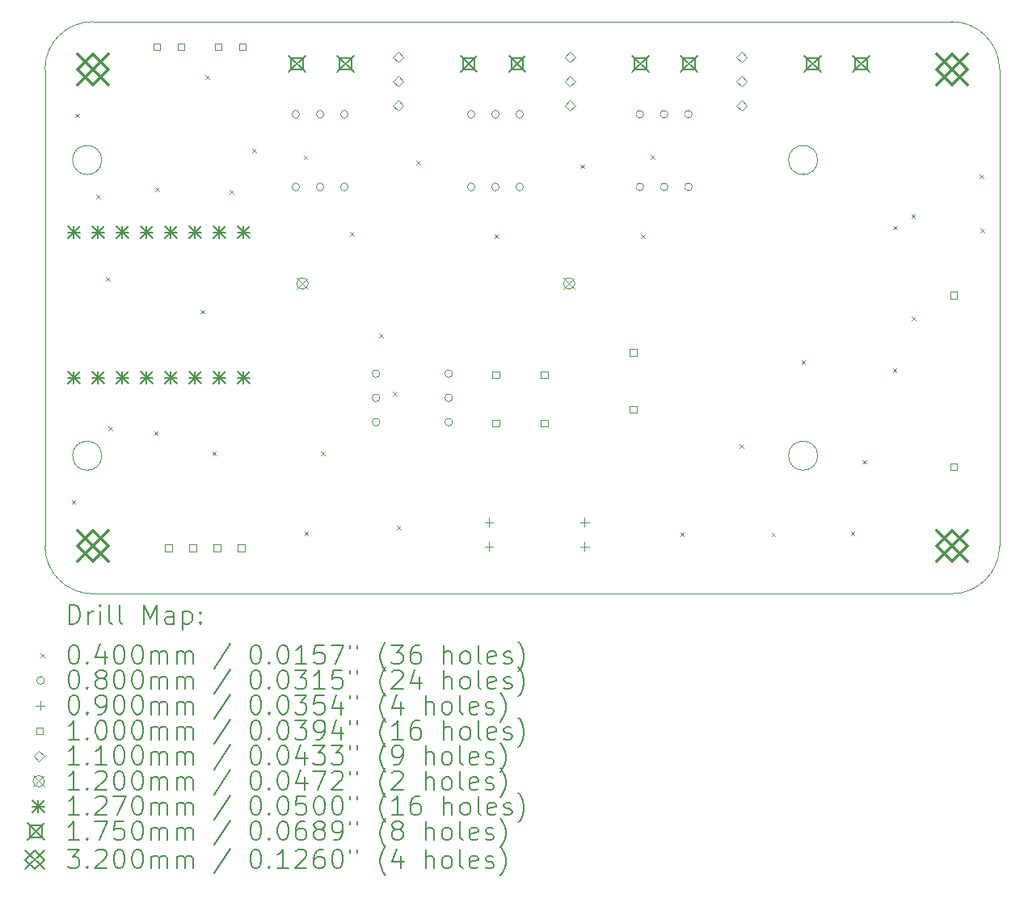
<source format=gbr>
%TF.GenerationSoftware,KiCad,Pcbnew,8.0.5*%
%TF.CreationDate,2024-10-31T00:03:11+01:00*%
%TF.ProjectId,HotPlate_Soldering,486f7450-6c61-4746-955f-536f6c646572,rev?*%
%TF.SameCoordinates,Original*%
%TF.FileFunction,Drillmap*%
%TF.FilePolarity,Positive*%
%FSLAX45Y45*%
G04 Gerber Fmt 4.5, Leading zero omitted, Abs format (unit mm)*
G04 Created by KiCad (PCBNEW 8.0.5) date 2024-10-31 00:03:11*
%MOMM*%
%LPD*%
G01*
G04 APERTURE LIST*
%ADD10C,0.100000*%
%ADD11C,0.200000*%
%ADD12C,0.110000*%
%ADD13C,0.120000*%
%ADD14C,0.127000*%
%ADD15C,0.175000*%
%ADD16C,0.320000*%
G04 APERTURE END LIST*
D10*
X7450000Y-8357500D02*
X16450000Y-8357500D01*
X7450000Y-14355006D02*
X16450000Y-14355006D01*
X7545000Y-12907500D02*
G75*
G02*
X7240000Y-12907500I-152500J0D01*
G01*
X7240000Y-12907500D02*
G75*
G02*
X7545000Y-12907500I152500J0D01*
G01*
X15045000Y-12907500D02*
G75*
G02*
X14740000Y-12907500I-152500J0D01*
G01*
X14740000Y-12907500D02*
G75*
G02*
X15045000Y-12907500I152500J0D01*
G01*
X6950000Y-8855006D02*
X6950000Y-13855006D01*
X16450000Y-8357500D02*
G75*
G02*
X16950000Y-8857500I0J-500000D01*
G01*
X7545000Y-9807500D02*
G75*
G02*
X7240000Y-9807500I-152500J0D01*
G01*
X7240000Y-9807500D02*
G75*
G02*
X7545000Y-9807500I152500J0D01*
G01*
X16950000Y-13857500D02*
G75*
G02*
X16450000Y-14355006I-500000J2500D01*
G01*
X15045000Y-9807500D02*
G75*
G02*
X14740000Y-9807500I-152500J0D01*
G01*
X14740000Y-9807500D02*
G75*
G02*
X15045000Y-9807500I152500J0D01*
G01*
X6950000Y-8855006D02*
G75*
G02*
X7450000Y-8357500I500000J-2500D01*
G01*
X7450000Y-14355006D02*
G75*
G02*
X6950004Y-13855006I0J499996D01*
G01*
X16950000Y-8857500D02*
X16950000Y-13857500D01*
D11*
D10*
X7230000Y-13370000D02*
X7270000Y-13410000D01*
X7270000Y-13370000D02*
X7230000Y-13410000D01*
X7267973Y-9321400D02*
X7307973Y-9361400D01*
X7307973Y-9321400D02*
X7267973Y-9361400D01*
X7490000Y-10172500D02*
X7530000Y-10212500D01*
X7530000Y-10172500D02*
X7490000Y-10212500D01*
X7592500Y-11032500D02*
X7632500Y-11072500D01*
X7632500Y-11032500D02*
X7592500Y-11072500D01*
X7615000Y-12602500D02*
X7655000Y-12642500D01*
X7655000Y-12602500D02*
X7615000Y-12642500D01*
X8092500Y-12650000D02*
X8132500Y-12690000D01*
X8132500Y-12650000D02*
X8092500Y-12690000D01*
X8107500Y-10097500D02*
X8147500Y-10137500D01*
X8147500Y-10097500D02*
X8107500Y-10137500D01*
X8580000Y-11377500D02*
X8620000Y-11417500D01*
X8620000Y-11377500D02*
X8580000Y-11417500D01*
X8630000Y-8917500D02*
X8670000Y-8957500D01*
X8670000Y-8917500D02*
X8630000Y-8957500D01*
X8702500Y-12862500D02*
X8742500Y-12902500D01*
X8742500Y-12862500D02*
X8702500Y-12902500D01*
X8882500Y-10120000D02*
X8922500Y-10160000D01*
X8922500Y-10120000D02*
X8882500Y-10160000D01*
X9120000Y-9690000D02*
X9160000Y-9730000D01*
X9160000Y-9690000D02*
X9120000Y-9730000D01*
X9660000Y-9760000D02*
X9700000Y-9800000D01*
X9700000Y-9760000D02*
X9660000Y-9800000D01*
X9667500Y-13702500D02*
X9707500Y-13742500D01*
X9707500Y-13702500D02*
X9667500Y-13742500D01*
X9840000Y-12865000D02*
X9880000Y-12905000D01*
X9880000Y-12865000D02*
X9840000Y-12905000D01*
X10147500Y-10560000D02*
X10187500Y-10600000D01*
X10187500Y-10560000D02*
X10147500Y-10600000D01*
X10450000Y-11625000D02*
X10490000Y-11665000D01*
X10490000Y-11625000D02*
X10450000Y-11665000D01*
X10597500Y-12240000D02*
X10637500Y-12280000D01*
X10637500Y-12240000D02*
X10597500Y-12280000D01*
X10637500Y-13640000D02*
X10677500Y-13680000D01*
X10677500Y-13640000D02*
X10637500Y-13680000D01*
X10840000Y-9817500D02*
X10880000Y-9857500D01*
X10880000Y-9817500D02*
X10840000Y-9857500D01*
X11657500Y-10587500D02*
X11697500Y-10627500D01*
X11697500Y-10587500D02*
X11657500Y-10627500D01*
X12557500Y-9855000D02*
X12597500Y-9895000D01*
X12597500Y-9855000D02*
X12557500Y-9895000D01*
X13197500Y-10585000D02*
X13237500Y-10625000D01*
X13237500Y-10585000D02*
X13197500Y-10625000D01*
X13299119Y-9759759D02*
X13339119Y-9799759D01*
X13339119Y-9759759D02*
X13299119Y-9799759D01*
X13605000Y-13712500D02*
X13645000Y-13752500D01*
X13645000Y-13712500D02*
X13605000Y-13752500D01*
X14228204Y-12789391D02*
X14268204Y-12829391D01*
X14268204Y-12789391D02*
X14228204Y-12829391D01*
X14562500Y-13715000D02*
X14602500Y-13755000D01*
X14602500Y-13715000D02*
X14562500Y-13755000D01*
X14875000Y-11905000D02*
X14915000Y-11945000D01*
X14915000Y-11905000D02*
X14875000Y-11945000D01*
X15392500Y-13705000D02*
X15432500Y-13745000D01*
X15432500Y-13705000D02*
X15392500Y-13745000D01*
X15512500Y-12952500D02*
X15552500Y-12992500D01*
X15552500Y-12952500D02*
X15512500Y-12992500D01*
X15832500Y-11992500D02*
X15872500Y-12032500D01*
X15872500Y-11992500D02*
X15832500Y-12032500D01*
X15837500Y-10497500D02*
X15877500Y-10537500D01*
X15877500Y-10497500D02*
X15837500Y-10537500D01*
X16027500Y-10372500D02*
X16067500Y-10412500D01*
X16067500Y-10372500D02*
X16027500Y-10412500D01*
X16030000Y-11447500D02*
X16070000Y-11487500D01*
X16070000Y-11447500D02*
X16030000Y-11487500D01*
X16742500Y-9957500D02*
X16782500Y-9997500D01*
X16782500Y-9957500D02*
X16742500Y-9997500D01*
X16752500Y-10527500D02*
X16792500Y-10567500D01*
X16792500Y-10527500D02*
X16752500Y-10567500D01*
X9617500Y-9328000D02*
G75*
G02*
X9537500Y-9328000I-40000J0D01*
G01*
X9537500Y-9328000D02*
G75*
G02*
X9617500Y-9328000I40000J0D01*
G01*
X9617500Y-10090000D02*
G75*
G02*
X9537500Y-10090000I-40000J0D01*
G01*
X9537500Y-10090000D02*
G75*
G02*
X9617500Y-10090000I40000J0D01*
G01*
X9871500Y-9328000D02*
G75*
G02*
X9791500Y-9328000I-40000J0D01*
G01*
X9791500Y-9328000D02*
G75*
G02*
X9871500Y-9328000I40000J0D01*
G01*
X9871500Y-10090000D02*
G75*
G02*
X9791500Y-10090000I-40000J0D01*
G01*
X9791500Y-10090000D02*
G75*
G02*
X9871500Y-10090000I40000J0D01*
G01*
X10125500Y-9328000D02*
G75*
G02*
X10045500Y-9328000I-40000J0D01*
G01*
X10045500Y-9328000D02*
G75*
G02*
X10125500Y-9328000I40000J0D01*
G01*
X10125500Y-10090000D02*
G75*
G02*
X10045500Y-10090000I-40000J0D01*
G01*
X10045500Y-10090000D02*
G75*
G02*
X10125500Y-10090000I40000J0D01*
G01*
X10458000Y-12047000D02*
G75*
G02*
X10378000Y-12047000I-40000J0D01*
G01*
X10378000Y-12047000D02*
G75*
G02*
X10458000Y-12047000I40000J0D01*
G01*
X10458000Y-12301000D02*
G75*
G02*
X10378000Y-12301000I-40000J0D01*
G01*
X10378000Y-12301000D02*
G75*
G02*
X10458000Y-12301000I40000J0D01*
G01*
X10458000Y-12555000D02*
G75*
G02*
X10378000Y-12555000I-40000J0D01*
G01*
X10378000Y-12555000D02*
G75*
G02*
X10458000Y-12555000I40000J0D01*
G01*
X11220000Y-12047000D02*
G75*
G02*
X11140000Y-12047000I-40000J0D01*
G01*
X11140000Y-12047000D02*
G75*
G02*
X11220000Y-12047000I40000J0D01*
G01*
X11220000Y-12301000D02*
G75*
G02*
X11140000Y-12301000I-40000J0D01*
G01*
X11140000Y-12301000D02*
G75*
G02*
X11220000Y-12301000I40000J0D01*
G01*
X11220000Y-12555000D02*
G75*
G02*
X11140000Y-12555000I-40000J0D01*
G01*
X11140000Y-12555000D02*
G75*
G02*
X11220000Y-12555000I40000J0D01*
G01*
X11455000Y-9328000D02*
G75*
G02*
X11375000Y-9328000I-40000J0D01*
G01*
X11375000Y-9328000D02*
G75*
G02*
X11455000Y-9328000I40000J0D01*
G01*
X11455000Y-10090000D02*
G75*
G02*
X11375000Y-10090000I-40000J0D01*
G01*
X11375000Y-10090000D02*
G75*
G02*
X11455000Y-10090000I40000J0D01*
G01*
X11709000Y-9328000D02*
G75*
G02*
X11629000Y-9328000I-40000J0D01*
G01*
X11629000Y-9328000D02*
G75*
G02*
X11709000Y-9328000I40000J0D01*
G01*
X11709000Y-10090000D02*
G75*
G02*
X11629000Y-10090000I-40000J0D01*
G01*
X11629000Y-10090000D02*
G75*
G02*
X11709000Y-10090000I40000J0D01*
G01*
X11963000Y-9328000D02*
G75*
G02*
X11883000Y-9328000I-40000J0D01*
G01*
X11883000Y-9328000D02*
G75*
G02*
X11963000Y-9328000I40000J0D01*
G01*
X11963000Y-10090000D02*
G75*
G02*
X11883000Y-10090000I-40000J0D01*
G01*
X11883000Y-10090000D02*
G75*
G02*
X11963000Y-10090000I40000J0D01*
G01*
X13222500Y-9327500D02*
G75*
G02*
X13142500Y-9327500I-40000J0D01*
G01*
X13142500Y-9327500D02*
G75*
G02*
X13222500Y-9327500I40000J0D01*
G01*
X13222500Y-10089500D02*
G75*
G02*
X13142500Y-10089500I-40000J0D01*
G01*
X13142500Y-10089500D02*
G75*
G02*
X13222500Y-10089500I40000J0D01*
G01*
X13476500Y-9327500D02*
G75*
G02*
X13396500Y-9327500I-40000J0D01*
G01*
X13396500Y-9327500D02*
G75*
G02*
X13476500Y-9327500I40000J0D01*
G01*
X13476500Y-10089500D02*
G75*
G02*
X13396500Y-10089500I-40000J0D01*
G01*
X13396500Y-10089500D02*
G75*
G02*
X13476500Y-10089500I40000J0D01*
G01*
X13730500Y-9327500D02*
G75*
G02*
X13650500Y-9327500I-40000J0D01*
G01*
X13650500Y-9327500D02*
G75*
G02*
X13730500Y-9327500I40000J0D01*
G01*
X13730500Y-10089500D02*
G75*
G02*
X13650500Y-10089500I-40000J0D01*
G01*
X13650500Y-10089500D02*
G75*
G02*
X13730500Y-10089500I40000J0D01*
G01*
X11602619Y-13559919D02*
X11602619Y-13649919D01*
X11557619Y-13604919D02*
X11647619Y-13604919D01*
X11602619Y-13813919D02*
X11602619Y-13903919D01*
X11557619Y-13858919D02*
X11647619Y-13858919D01*
X12602619Y-13559919D02*
X12602619Y-13649919D01*
X12557619Y-13604919D02*
X12647619Y-13604919D01*
X12602619Y-13813919D02*
X12602619Y-13903919D01*
X12557619Y-13858919D02*
X12647619Y-13858919D01*
X8155356Y-8657856D02*
X8155356Y-8587144D01*
X8084644Y-8587144D01*
X8084644Y-8657856D01*
X8155356Y-8657856D01*
X8280856Y-13910356D02*
X8280856Y-13839644D01*
X8210144Y-13839644D01*
X8210144Y-13910356D01*
X8280856Y-13910356D01*
X8409356Y-8657856D02*
X8409356Y-8587144D01*
X8338644Y-8587144D01*
X8338644Y-8657856D01*
X8409356Y-8657856D01*
X8534856Y-13910356D02*
X8534856Y-13839644D01*
X8464144Y-13839644D01*
X8464144Y-13910356D01*
X8534856Y-13910356D01*
X8788856Y-13910356D02*
X8788856Y-13839644D01*
X8718144Y-13839644D01*
X8718144Y-13910356D01*
X8788856Y-13910356D01*
X8800356Y-8657856D02*
X8800356Y-8587144D01*
X8729644Y-8587144D01*
X8729644Y-8657856D01*
X8800356Y-8657856D01*
X9042856Y-13910356D02*
X9042856Y-13839644D01*
X8972144Y-13839644D01*
X8972144Y-13910356D01*
X9042856Y-13910356D01*
X9054356Y-8657856D02*
X9054356Y-8587144D01*
X8983644Y-8587144D01*
X8983644Y-8657856D01*
X9054356Y-8657856D01*
X11709856Y-12091856D02*
X11709856Y-12021144D01*
X11639144Y-12021144D01*
X11639144Y-12091856D01*
X11709856Y-12091856D01*
X11709856Y-12599856D02*
X11709856Y-12529144D01*
X11639144Y-12529144D01*
X11639144Y-12599856D01*
X11709856Y-12599856D01*
X12217856Y-12091856D02*
X12217856Y-12021144D01*
X12147144Y-12021144D01*
X12147144Y-12091856D01*
X12217856Y-12091856D01*
X12217856Y-12599856D02*
X12217856Y-12529144D01*
X12147144Y-12529144D01*
X12147144Y-12599856D01*
X12217856Y-12599856D01*
X13147856Y-11860356D02*
X13147856Y-11789644D01*
X13077144Y-11789644D01*
X13077144Y-11860356D01*
X13147856Y-11860356D01*
X13147856Y-12460356D02*
X13147856Y-12389644D01*
X13077144Y-12389644D01*
X13077144Y-12460356D01*
X13147856Y-12460356D01*
X16507856Y-11260356D02*
X16507856Y-11189644D01*
X16437144Y-11189644D01*
X16437144Y-11260356D01*
X16507856Y-11260356D01*
X16507856Y-13060356D02*
X16507856Y-12989644D01*
X16437144Y-12989644D01*
X16437144Y-13060356D01*
X16507856Y-13060356D01*
D12*
X10650000Y-8785000D02*
X10705000Y-8730000D01*
X10650000Y-8675000D01*
X10595000Y-8730000D01*
X10650000Y-8785000D01*
X10650000Y-9039000D02*
X10705000Y-8984000D01*
X10650000Y-8929000D01*
X10595000Y-8984000D01*
X10650000Y-9039000D01*
X10650000Y-9293000D02*
X10705000Y-9238000D01*
X10650000Y-9183000D01*
X10595000Y-9238000D01*
X10650000Y-9293000D01*
X12450000Y-8785000D02*
X12505000Y-8730000D01*
X12450000Y-8675000D01*
X12395000Y-8730000D01*
X12450000Y-8785000D01*
X12450000Y-9039000D02*
X12505000Y-8984000D01*
X12450000Y-8929000D01*
X12395000Y-8984000D01*
X12450000Y-9039000D01*
X12450000Y-9293000D02*
X12505000Y-9238000D01*
X12450000Y-9183000D01*
X12395000Y-9238000D01*
X12450000Y-9293000D01*
X14250000Y-8785000D02*
X14305000Y-8730000D01*
X14250000Y-8675000D01*
X14195000Y-8730000D01*
X14250000Y-8785000D01*
X14250000Y-9039000D02*
X14305000Y-8984000D01*
X14250000Y-8929000D01*
X14195000Y-8984000D01*
X14250000Y-9039000D01*
X14250000Y-9293000D02*
X14305000Y-9238000D01*
X14250000Y-9183000D01*
X14195000Y-9238000D01*
X14250000Y-9293000D01*
D13*
X9588000Y-11042500D02*
X9708000Y-11162500D01*
X9708000Y-11042500D02*
X9588000Y-11162500D01*
X9708000Y-11102500D02*
G75*
G02*
X9588000Y-11102500I-60000J0D01*
G01*
X9588000Y-11102500D02*
G75*
G02*
X9708000Y-11102500I60000J0D01*
G01*
X12382000Y-11042500D02*
X12502000Y-11162500D01*
X12502000Y-11042500D02*
X12382000Y-11162500D01*
X12502000Y-11102500D02*
G75*
G02*
X12382000Y-11102500I-60000J0D01*
G01*
X12382000Y-11102500D02*
G75*
G02*
X12502000Y-11102500I60000J0D01*
G01*
D14*
X7189000Y-10504500D02*
X7316000Y-10631500D01*
X7316000Y-10504500D02*
X7189000Y-10631500D01*
X7252500Y-10504500D02*
X7252500Y-10631500D01*
X7189000Y-10568000D02*
X7316000Y-10568000D01*
X7189000Y-12028500D02*
X7316000Y-12155500D01*
X7316000Y-12028500D02*
X7189000Y-12155500D01*
X7252500Y-12028500D02*
X7252500Y-12155500D01*
X7189000Y-12092000D02*
X7316000Y-12092000D01*
X7443000Y-10504500D02*
X7570000Y-10631500D01*
X7570000Y-10504500D02*
X7443000Y-10631500D01*
X7506500Y-10504500D02*
X7506500Y-10631500D01*
X7443000Y-10568000D02*
X7570000Y-10568000D01*
X7443000Y-12028500D02*
X7570000Y-12155500D01*
X7570000Y-12028500D02*
X7443000Y-12155500D01*
X7506500Y-12028500D02*
X7506500Y-12155500D01*
X7443000Y-12092000D02*
X7570000Y-12092000D01*
X7697000Y-10504500D02*
X7824000Y-10631500D01*
X7824000Y-10504500D02*
X7697000Y-10631500D01*
X7760500Y-10504500D02*
X7760500Y-10631500D01*
X7697000Y-10568000D02*
X7824000Y-10568000D01*
X7697000Y-12028500D02*
X7824000Y-12155500D01*
X7824000Y-12028500D02*
X7697000Y-12155500D01*
X7760500Y-12028500D02*
X7760500Y-12155500D01*
X7697000Y-12092000D02*
X7824000Y-12092000D01*
X7951000Y-10504500D02*
X8078000Y-10631500D01*
X8078000Y-10504500D02*
X7951000Y-10631500D01*
X8014500Y-10504500D02*
X8014500Y-10631500D01*
X7951000Y-10568000D02*
X8078000Y-10568000D01*
X7951000Y-12028500D02*
X8078000Y-12155500D01*
X8078000Y-12028500D02*
X7951000Y-12155500D01*
X8014500Y-12028500D02*
X8014500Y-12155500D01*
X7951000Y-12092000D02*
X8078000Y-12092000D01*
X8205000Y-10504500D02*
X8332000Y-10631500D01*
X8332000Y-10504500D02*
X8205000Y-10631500D01*
X8268500Y-10504500D02*
X8268500Y-10631500D01*
X8205000Y-10568000D02*
X8332000Y-10568000D01*
X8205000Y-12028500D02*
X8332000Y-12155500D01*
X8332000Y-12028500D02*
X8205000Y-12155500D01*
X8268500Y-12028500D02*
X8268500Y-12155500D01*
X8205000Y-12092000D02*
X8332000Y-12092000D01*
X8459000Y-10504500D02*
X8586000Y-10631500D01*
X8586000Y-10504500D02*
X8459000Y-10631500D01*
X8522500Y-10504500D02*
X8522500Y-10631500D01*
X8459000Y-10568000D02*
X8586000Y-10568000D01*
X8459000Y-12028500D02*
X8586000Y-12155500D01*
X8586000Y-12028500D02*
X8459000Y-12155500D01*
X8522500Y-12028500D02*
X8522500Y-12155500D01*
X8459000Y-12092000D02*
X8586000Y-12092000D01*
X8713000Y-10504500D02*
X8840000Y-10631500D01*
X8840000Y-10504500D02*
X8713000Y-10631500D01*
X8776500Y-10504500D02*
X8776500Y-10631500D01*
X8713000Y-10568000D02*
X8840000Y-10568000D01*
X8713000Y-12028500D02*
X8840000Y-12155500D01*
X8840000Y-12028500D02*
X8713000Y-12155500D01*
X8776500Y-12028500D02*
X8776500Y-12155500D01*
X8713000Y-12092000D02*
X8840000Y-12092000D01*
X8967000Y-10504500D02*
X9094000Y-10631500D01*
X9094000Y-10504500D02*
X8967000Y-10631500D01*
X9030500Y-10504500D02*
X9030500Y-10631500D01*
X8967000Y-10568000D02*
X9094000Y-10568000D01*
X8967000Y-12028500D02*
X9094000Y-12155500D01*
X9094000Y-12028500D02*
X8967000Y-12155500D01*
X9030500Y-12028500D02*
X9030500Y-12155500D01*
X8967000Y-12092000D02*
X9094000Y-12092000D01*
D15*
X9502500Y-8711500D02*
X9677500Y-8886500D01*
X9677500Y-8711500D02*
X9502500Y-8886500D01*
X9651872Y-8860872D02*
X9651872Y-8737128D01*
X9528128Y-8737128D01*
X9528128Y-8860872D01*
X9651872Y-8860872D01*
X10010500Y-8711500D02*
X10185500Y-8886500D01*
X10185500Y-8711500D02*
X10010500Y-8886500D01*
X10159872Y-8860872D02*
X10159872Y-8737128D01*
X10036128Y-8737128D01*
X10036128Y-8860872D01*
X10159872Y-8860872D01*
X11302500Y-8711500D02*
X11477500Y-8886500D01*
X11477500Y-8711500D02*
X11302500Y-8886500D01*
X11451872Y-8860872D02*
X11451872Y-8737128D01*
X11328128Y-8737128D01*
X11328128Y-8860872D01*
X11451872Y-8860872D01*
X11810500Y-8711500D02*
X11985500Y-8886500D01*
X11985500Y-8711500D02*
X11810500Y-8886500D01*
X11959872Y-8860872D02*
X11959872Y-8737128D01*
X11836128Y-8737128D01*
X11836128Y-8860872D01*
X11959872Y-8860872D01*
X13102500Y-8711500D02*
X13277500Y-8886500D01*
X13277500Y-8711500D02*
X13102500Y-8886500D01*
X13251872Y-8860872D02*
X13251872Y-8737128D01*
X13128128Y-8737128D01*
X13128128Y-8860872D01*
X13251872Y-8860872D01*
X13610500Y-8711500D02*
X13785500Y-8886500D01*
X13785500Y-8711500D02*
X13610500Y-8886500D01*
X13759872Y-8860872D02*
X13759872Y-8737128D01*
X13636128Y-8737128D01*
X13636128Y-8860872D01*
X13759872Y-8860872D01*
X14904500Y-8711500D02*
X15079500Y-8886500D01*
X15079500Y-8711500D02*
X14904500Y-8886500D01*
X15053872Y-8860872D02*
X15053872Y-8737128D01*
X14930128Y-8737128D01*
X14930128Y-8860872D01*
X15053872Y-8860872D01*
X15412500Y-8711500D02*
X15587500Y-8886500D01*
X15587500Y-8711500D02*
X15412500Y-8886500D01*
X15561872Y-8860872D02*
X15561872Y-8737128D01*
X15438128Y-8737128D01*
X15438128Y-8860872D01*
X15561872Y-8860872D01*
D16*
X7290000Y-8697506D02*
X7610000Y-9017506D01*
X7610000Y-8697506D02*
X7290000Y-9017506D01*
X7450000Y-9017506D02*
X7610000Y-8857506D01*
X7450000Y-8697506D01*
X7290000Y-8857506D01*
X7450000Y-9017506D01*
X7290000Y-13695006D02*
X7610000Y-14015006D01*
X7610000Y-13695006D02*
X7290000Y-14015006D01*
X7450000Y-14015006D02*
X7610000Y-13855006D01*
X7450000Y-13695006D01*
X7290000Y-13855006D01*
X7450000Y-14015006D01*
X16290000Y-8697500D02*
X16610000Y-9017500D01*
X16610000Y-8697500D02*
X16290000Y-9017500D01*
X16450000Y-9017500D02*
X16610000Y-8857500D01*
X16450000Y-8697500D01*
X16290000Y-8857500D01*
X16450000Y-9017500D01*
X16290000Y-13695006D02*
X16610000Y-14015006D01*
X16610000Y-13695006D02*
X16290000Y-14015006D01*
X16450000Y-14015006D02*
X16610000Y-13855006D01*
X16450000Y-13695006D01*
X16290000Y-13855006D01*
X16450000Y-14015006D01*
D11*
X7205777Y-14671490D02*
X7205777Y-14471490D01*
X7205777Y-14471490D02*
X7253396Y-14471490D01*
X7253396Y-14471490D02*
X7281967Y-14481014D01*
X7281967Y-14481014D02*
X7301015Y-14500061D01*
X7301015Y-14500061D02*
X7310539Y-14519109D01*
X7310539Y-14519109D02*
X7320062Y-14557204D01*
X7320062Y-14557204D02*
X7320062Y-14585776D01*
X7320062Y-14585776D02*
X7310539Y-14623871D01*
X7310539Y-14623871D02*
X7301015Y-14642918D01*
X7301015Y-14642918D02*
X7281967Y-14661966D01*
X7281967Y-14661966D02*
X7253396Y-14671490D01*
X7253396Y-14671490D02*
X7205777Y-14671490D01*
X7405777Y-14671490D02*
X7405777Y-14538157D01*
X7405777Y-14576252D02*
X7415301Y-14557204D01*
X7415301Y-14557204D02*
X7424824Y-14547680D01*
X7424824Y-14547680D02*
X7443872Y-14538157D01*
X7443872Y-14538157D02*
X7462920Y-14538157D01*
X7529586Y-14671490D02*
X7529586Y-14538157D01*
X7529586Y-14471490D02*
X7520062Y-14481014D01*
X7520062Y-14481014D02*
X7529586Y-14490538D01*
X7529586Y-14490538D02*
X7539110Y-14481014D01*
X7539110Y-14481014D02*
X7529586Y-14471490D01*
X7529586Y-14471490D02*
X7529586Y-14490538D01*
X7653396Y-14671490D02*
X7634348Y-14661966D01*
X7634348Y-14661966D02*
X7624824Y-14642918D01*
X7624824Y-14642918D02*
X7624824Y-14471490D01*
X7758158Y-14671490D02*
X7739110Y-14661966D01*
X7739110Y-14661966D02*
X7729586Y-14642918D01*
X7729586Y-14642918D02*
X7729586Y-14471490D01*
X7986729Y-14671490D02*
X7986729Y-14471490D01*
X7986729Y-14471490D02*
X8053396Y-14614347D01*
X8053396Y-14614347D02*
X8120062Y-14471490D01*
X8120062Y-14471490D02*
X8120062Y-14671490D01*
X8301015Y-14671490D02*
X8301015Y-14566728D01*
X8301015Y-14566728D02*
X8291491Y-14547680D01*
X8291491Y-14547680D02*
X8272443Y-14538157D01*
X8272443Y-14538157D02*
X8234348Y-14538157D01*
X8234348Y-14538157D02*
X8215301Y-14547680D01*
X8301015Y-14661966D02*
X8281967Y-14671490D01*
X8281967Y-14671490D02*
X8234348Y-14671490D01*
X8234348Y-14671490D02*
X8215301Y-14661966D01*
X8215301Y-14661966D02*
X8205777Y-14642918D01*
X8205777Y-14642918D02*
X8205777Y-14623871D01*
X8205777Y-14623871D02*
X8215301Y-14604823D01*
X8215301Y-14604823D02*
X8234348Y-14595299D01*
X8234348Y-14595299D02*
X8281967Y-14595299D01*
X8281967Y-14595299D02*
X8301015Y-14585776D01*
X8396253Y-14538157D02*
X8396253Y-14738157D01*
X8396253Y-14547680D02*
X8415301Y-14538157D01*
X8415301Y-14538157D02*
X8453396Y-14538157D01*
X8453396Y-14538157D02*
X8472444Y-14547680D01*
X8472444Y-14547680D02*
X8481967Y-14557204D01*
X8481967Y-14557204D02*
X8491491Y-14576252D01*
X8491491Y-14576252D02*
X8491491Y-14633395D01*
X8491491Y-14633395D02*
X8481967Y-14652442D01*
X8481967Y-14652442D02*
X8472444Y-14661966D01*
X8472444Y-14661966D02*
X8453396Y-14671490D01*
X8453396Y-14671490D02*
X8415301Y-14671490D01*
X8415301Y-14671490D02*
X8396253Y-14661966D01*
X8577205Y-14652442D02*
X8586729Y-14661966D01*
X8586729Y-14661966D02*
X8577205Y-14671490D01*
X8577205Y-14671490D02*
X8567682Y-14661966D01*
X8567682Y-14661966D02*
X8577205Y-14652442D01*
X8577205Y-14652442D02*
X8577205Y-14671490D01*
X8577205Y-14547680D02*
X8586729Y-14557204D01*
X8586729Y-14557204D02*
X8577205Y-14566728D01*
X8577205Y-14566728D02*
X8567682Y-14557204D01*
X8567682Y-14557204D02*
X8577205Y-14547680D01*
X8577205Y-14547680D02*
X8577205Y-14566728D01*
D10*
X6905000Y-14980006D02*
X6945000Y-15020006D01*
X6945000Y-14980006D02*
X6905000Y-15020006D01*
D11*
X7243872Y-14891490D02*
X7262920Y-14891490D01*
X7262920Y-14891490D02*
X7281967Y-14901014D01*
X7281967Y-14901014D02*
X7291491Y-14910538D01*
X7291491Y-14910538D02*
X7301015Y-14929585D01*
X7301015Y-14929585D02*
X7310539Y-14967680D01*
X7310539Y-14967680D02*
X7310539Y-15015299D01*
X7310539Y-15015299D02*
X7301015Y-15053395D01*
X7301015Y-15053395D02*
X7291491Y-15072442D01*
X7291491Y-15072442D02*
X7281967Y-15081966D01*
X7281967Y-15081966D02*
X7262920Y-15091490D01*
X7262920Y-15091490D02*
X7243872Y-15091490D01*
X7243872Y-15091490D02*
X7224824Y-15081966D01*
X7224824Y-15081966D02*
X7215301Y-15072442D01*
X7215301Y-15072442D02*
X7205777Y-15053395D01*
X7205777Y-15053395D02*
X7196253Y-15015299D01*
X7196253Y-15015299D02*
X7196253Y-14967680D01*
X7196253Y-14967680D02*
X7205777Y-14929585D01*
X7205777Y-14929585D02*
X7215301Y-14910538D01*
X7215301Y-14910538D02*
X7224824Y-14901014D01*
X7224824Y-14901014D02*
X7243872Y-14891490D01*
X7396253Y-15072442D02*
X7405777Y-15081966D01*
X7405777Y-15081966D02*
X7396253Y-15091490D01*
X7396253Y-15091490D02*
X7386729Y-15081966D01*
X7386729Y-15081966D02*
X7396253Y-15072442D01*
X7396253Y-15072442D02*
X7396253Y-15091490D01*
X7577205Y-14958157D02*
X7577205Y-15091490D01*
X7529586Y-14881966D02*
X7481967Y-15024823D01*
X7481967Y-15024823D02*
X7605777Y-15024823D01*
X7720062Y-14891490D02*
X7739110Y-14891490D01*
X7739110Y-14891490D02*
X7758158Y-14901014D01*
X7758158Y-14901014D02*
X7767682Y-14910538D01*
X7767682Y-14910538D02*
X7777205Y-14929585D01*
X7777205Y-14929585D02*
X7786729Y-14967680D01*
X7786729Y-14967680D02*
X7786729Y-15015299D01*
X7786729Y-15015299D02*
X7777205Y-15053395D01*
X7777205Y-15053395D02*
X7767682Y-15072442D01*
X7767682Y-15072442D02*
X7758158Y-15081966D01*
X7758158Y-15081966D02*
X7739110Y-15091490D01*
X7739110Y-15091490D02*
X7720062Y-15091490D01*
X7720062Y-15091490D02*
X7701015Y-15081966D01*
X7701015Y-15081966D02*
X7691491Y-15072442D01*
X7691491Y-15072442D02*
X7681967Y-15053395D01*
X7681967Y-15053395D02*
X7672443Y-15015299D01*
X7672443Y-15015299D02*
X7672443Y-14967680D01*
X7672443Y-14967680D02*
X7681967Y-14929585D01*
X7681967Y-14929585D02*
X7691491Y-14910538D01*
X7691491Y-14910538D02*
X7701015Y-14901014D01*
X7701015Y-14901014D02*
X7720062Y-14891490D01*
X7910539Y-14891490D02*
X7929586Y-14891490D01*
X7929586Y-14891490D02*
X7948634Y-14901014D01*
X7948634Y-14901014D02*
X7958158Y-14910538D01*
X7958158Y-14910538D02*
X7967682Y-14929585D01*
X7967682Y-14929585D02*
X7977205Y-14967680D01*
X7977205Y-14967680D02*
X7977205Y-15015299D01*
X7977205Y-15015299D02*
X7967682Y-15053395D01*
X7967682Y-15053395D02*
X7958158Y-15072442D01*
X7958158Y-15072442D02*
X7948634Y-15081966D01*
X7948634Y-15081966D02*
X7929586Y-15091490D01*
X7929586Y-15091490D02*
X7910539Y-15091490D01*
X7910539Y-15091490D02*
X7891491Y-15081966D01*
X7891491Y-15081966D02*
X7881967Y-15072442D01*
X7881967Y-15072442D02*
X7872443Y-15053395D01*
X7872443Y-15053395D02*
X7862920Y-15015299D01*
X7862920Y-15015299D02*
X7862920Y-14967680D01*
X7862920Y-14967680D02*
X7872443Y-14929585D01*
X7872443Y-14929585D02*
X7881967Y-14910538D01*
X7881967Y-14910538D02*
X7891491Y-14901014D01*
X7891491Y-14901014D02*
X7910539Y-14891490D01*
X8062920Y-15091490D02*
X8062920Y-14958157D01*
X8062920Y-14977204D02*
X8072443Y-14967680D01*
X8072443Y-14967680D02*
X8091491Y-14958157D01*
X8091491Y-14958157D02*
X8120063Y-14958157D01*
X8120063Y-14958157D02*
X8139110Y-14967680D01*
X8139110Y-14967680D02*
X8148634Y-14986728D01*
X8148634Y-14986728D02*
X8148634Y-15091490D01*
X8148634Y-14986728D02*
X8158158Y-14967680D01*
X8158158Y-14967680D02*
X8177205Y-14958157D01*
X8177205Y-14958157D02*
X8205777Y-14958157D01*
X8205777Y-14958157D02*
X8224824Y-14967680D01*
X8224824Y-14967680D02*
X8234348Y-14986728D01*
X8234348Y-14986728D02*
X8234348Y-15091490D01*
X8329586Y-15091490D02*
X8329586Y-14958157D01*
X8329586Y-14977204D02*
X8339110Y-14967680D01*
X8339110Y-14967680D02*
X8358158Y-14958157D01*
X8358158Y-14958157D02*
X8386729Y-14958157D01*
X8386729Y-14958157D02*
X8405777Y-14967680D01*
X8405777Y-14967680D02*
X8415301Y-14986728D01*
X8415301Y-14986728D02*
X8415301Y-15091490D01*
X8415301Y-14986728D02*
X8424825Y-14967680D01*
X8424825Y-14967680D02*
X8443872Y-14958157D01*
X8443872Y-14958157D02*
X8472444Y-14958157D01*
X8472444Y-14958157D02*
X8491491Y-14967680D01*
X8491491Y-14967680D02*
X8501015Y-14986728D01*
X8501015Y-14986728D02*
X8501015Y-15091490D01*
X8891491Y-14881966D02*
X8720063Y-15139109D01*
X9148634Y-14891490D02*
X9167682Y-14891490D01*
X9167682Y-14891490D02*
X9186729Y-14901014D01*
X9186729Y-14901014D02*
X9196253Y-14910538D01*
X9196253Y-14910538D02*
X9205777Y-14929585D01*
X9205777Y-14929585D02*
X9215301Y-14967680D01*
X9215301Y-14967680D02*
X9215301Y-15015299D01*
X9215301Y-15015299D02*
X9205777Y-15053395D01*
X9205777Y-15053395D02*
X9196253Y-15072442D01*
X9196253Y-15072442D02*
X9186729Y-15081966D01*
X9186729Y-15081966D02*
X9167682Y-15091490D01*
X9167682Y-15091490D02*
X9148634Y-15091490D01*
X9148634Y-15091490D02*
X9129587Y-15081966D01*
X9129587Y-15081966D02*
X9120063Y-15072442D01*
X9120063Y-15072442D02*
X9110539Y-15053395D01*
X9110539Y-15053395D02*
X9101015Y-15015299D01*
X9101015Y-15015299D02*
X9101015Y-14967680D01*
X9101015Y-14967680D02*
X9110539Y-14929585D01*
X9110539Y-14929585D02*
X9120063Y-14910538D01*
X9120063Y-14910538D02*
X9129587Y-14901014D01*
X9129587Y-14901014D02*
X9148634Y-14891490D01*
X9301015Y-15072442D02*
X9310539Y-15081966D01*
X9310539Y-15081966D02*
X9301015Y-15091490D01*
X9301015Y-15091490D02*
X9291491Y-15081966D01*
X9291491Y-15081966D02*
X9301015Y-15072442D01*
X9301015Y-15072442D02*
X9301015Y-15091490D01*
X9434348Y-14891490D02*
X9453396Y-14891490D01*
X9453396Y-14891490D02*
X9472444Y-14901014D01*
X9472444Y-14901014D02*
X9481968Y-14910538D01*
X9481968Y-14910538D02*
X9491491Y-14929585D01*
X9491491Y-14929585D02*
X9501015Y-14967680D01*
X9501015Y-14967680D02*
X9501015Y-15015299D01*
X9501015Y-15015299D02*
X9491491Y-15053395D01*
X9491491Y-15053395D02*
X9481968Y-15072442D01*
X9481968Y-15072442D02*
X9472444Y-15081966D01*
X9472444Y-15081966D02*
X9453396Y-15091490D01*
X9453396Y-15091490D02*
X9434348Y-15091490D01*
X9434348Y-15091490D02*
X9415301Y-15081966D01*
X9415301Y-15081966D02*
X9405777Y-15072442D01*
X9405777Y-15072442D02*
X9396253Y-15053395D01*
X9396253Y-15053395D02*
X9386729Y-15015299D01*
X9386729Y-15015299D02*
X9386729Y-14967680D01*
X9386729Y-14967680D02*
X9396253Y-14929585D01*
X9396253Y-14929585D02*
X9405777Y-14910538D01*
X9405777Y-14910538D02*
X9415301Y-14901014D01*
X9415301Y-14901014D02*
X9434348Y-14891490D01*
X9691491Y-15091490D02*
X9577206Y-15091490D01*
X9634348Y-15091490D02*
X9634348Y-14891490D01*
X9634348Y-14891490D02*
X9615301Y-14920061D01*
X9615301Y-14920061D02*
X9596253Y-14939109D01*
X9596253Y-14939109D02*
X9577206Y-14948633D01*
X9872444Y-14891490D02*
X9777206Y-14891490D01*
X9777206Y-14891490D02*
X9767682Y-14986728D01*
X9767682Y-14986728D02*
X9777206Y-14977204D01*
X9777206Y-14977204D02*
X9796253Y-14967680D01*
X9796253Y-14967680D02*
X9843872Y-14967680D01*
X9843872Y-14967680D02*
X9862920Y-14977204D01*
X9862920Y-14977204D02*
X9872444Y-14986728D01*
X9872444Y-14986728D02*
X9881968Y-15005776D01*
X9881968Y-15005776D02*
X9881968Y-15053395D01*
X9881968Y-15053395D02*
X9872444Y-15072442D01*
X9872444Y-15072442D02*
X9862920Y-15081966D01*
X9862920Y-15081966D02*
X9843872Y-15091490D01*
X9843872Y-15091490D02*
X9796253Y-15091490D01*
X9796253Y-15091490D02*
X9777206Y-15081966D01*
X9777206Y-15081966D02*
X9767682Y-15072442D01*
X9948634Y-14891490D02*
X10081968Y-14891490D01*
X10081968Y-14891490D02*
X9996253Y-15091490D01*
X10148634Y-14891490D02*
X10148634Y-14929585D01*
X10224825Y-14891490D02*
X10224825Y-14929585D01*
X10520063Y-15167680D02*
X10510539Y-15158157D01*
X10510539Y-15158157D02*
X10491491Y-15129585D01*
X10491491Y-15129585D02*
X10481968Y-15110538D01*
X10481968Y-15110538D02*
X10472444Y-15081966D01*
X10472444Y-15081966D02*
X10462920Y-15034347D01*
X10462920Y-15034347D02*
X10462920Y-14996252D01*
X10462920Y-14996252D02*
X10472444Y-14948633D01*
X10472444Y-14948633D02*
X10481968Y-14920061D01*
X10481968Y-14920061D02*
X10491491Y-14901014D01*
X10491491Y-14901014D02*
X10510539Y-14872442D01*
X10510539Y-14872442D02*
X10520063Y-14862918D01*
X10577206Y-14891490D02*
X10701015Y-14891490D01*
X10701015Y-14891490D02*
X10634349Y-14967680D01*
X10634349Y-14967680D02*
X10662920Y-14967680D01*
X10662920Y-14967680D02*
X10681968Y-14977204D01*
X10681968Y-14977204D02*
X10691491Y-14986728D01*
X10691491Y-14986728D02*
X10701015Y-15005776D01*
X10701015Y-15005776D02*
X10701015Y-15053395D01*
X10701015Y-15053395D02*
X10691491Y-15072442D01*
X10691491Y-15072442D02*
X10681968Y-15081966D01*
X10681968Y-15081966D02*
X10662920Y-15091490D01*
X10662920Y-15091490D02*
X10605777Y-15091490D01*
X10605777Y-15091490D02*
X10586730Y-15081966D01*
X10586730Y-15081966D02*
X10577206Y-15072442D01*
X10872444Y-14891490D02*
X10834349Y-14891490D01*
X10834349Y-14891490D02*
X10815301Y-14901014D01*
X10815301Y-14901014D02*
X10805777Y-14910538D01*
X10805777Y-14910538D02*
X10786730Y-14939109D01*
X10786730Y-14939109D02*
X10777206Y-14977204D01*
X10777206Y-14977204D02*
X10777206Y-15053395D01*
X10777206Y-15053395D02*
X10786730Y-15072442D01*
X10786730Y-15072442D02*
X10796253Y-15081966D01*
X10796253Y-15081966D02*
X10815301Y-15091490D01*
X10815301Y-15091490D02*
X10853396Y-15091490D01*
X10853396Y-15091490D02*
X10872444Y-15081966D01*
X10872444Y-15081966D02*
X10881968Y-15072442D01*
X10881968Y-15072442D02*
X10891491Y-15053395D01*
X10891491Y-15053395D02*
X10891491Y-15005776D01*
X10891491Y-15005776D02*
X10881968Y-14986728D01*
X10881968Y-14986728D02*
X10872444Y-14977204D01*
X10872444Y-14977204D02*
X10853396Y-14967680D01*
X10853396Y-14967680D02*
X10815301Y-14967680D01*
X10815301Y-14967680D02*
X10796253Y-14977204D01*
X10796253Y-14977204D02*
X10786730Y-14986728D01*
X10786730Y-14986728D02*
X10777206Y-15005776D01*
X11129587Y-15091490D02*
X11129587Y-14891490D01*
X11215301Y-15091490D02*
X11215301Y-14986728D01*
X11215301Y-14986728D02*
X11205777Y-14967680D01*
X11205777Y-14967680D02*
X11186730Y-14958157D01*
X11186730Y-14958157D02*
X11158158Y-14958157D01*
X11158158Y-14958157D02*
X11139111Y-14967680D01*
X11139111Y-14967680D02*
X11129587Y-14977204D01*
X11339110Y-15091490D02*
X11320063Y-15081966D01*
X11320063Y-15081966D02*
X11310539Y-15072442D01*
X11310539Y-15072442D02*
X11301015Y-15053395D01*
X11301015Y-15053395D02*
X11301015Y-14996252D01*
X11301015Y-14996252D02*
X11310539Y-14977204D01*
X11310539Y-14977204D02*
X11320063Y-14967680D01*
X11320063Y-14967680D02*
X11339110Y-14958157D01*
X11339110Y-14958157D02*
X11367682Y-14958157D01*
X11367682Y-14958157D02*
X11386730Y-14967680D01*
X11386730Y-14967680D02*
X11396253Y-14977204D01*
X11396253Y-14977204D02*
X11405777Y-14996252D01*
X11405777Y-14996252D02*
X11405777Y-15053395D01*
X11405777Y-15053395D02*
X11396253Y-15072442D01*
X11396253Y-15072442D02*
X11386730Y-15081966D01*
X11386730Y-15081966D02*
X11367682Y-15091490D01*
X11367682Y-15091490D02*
X11339110Y-15091490D01*
X11520063Y-15091490D02*
X11501015Y-15081966D01*
X11501015Y-15081966D02*
X11491491Y-15062918D01*
X11491491Y-15062918D02*
X11491491Y-14891490D01*
X11672444Y-15081966D02*
X11653396Y-15091490D01*
X11653396Y-15091490D02*
X11615301Y-15091490D01*
X11615301Y-15091490D02*
X11596253Y-15081966D01*
X11596253Y-15081966D02*
X11586730Y-15062918D01*
X11586730Y-15062918D02*
X11586730Y-14986728D01*
X11586730Y-14986728D02*
X11596253Y-14967680D01*
X11596253Y-14967680D02*
X11615301Y-14958157D01*
X11615301Y-14958157D02*
X11653396Y-14958157D01*
X11653396Y-14958157D02*
X11672444Y-14967680D01*
X11672444Y-14967680D02*
X11681968Y-14986728D01*
X11681968Y-14986728D02*
X11681968Y-15005776D01*
X11681968Y-15005776D02*
X11586730Y-15024823D01*
X11758158Y-15081966D02*
X11777206Y-15091490D01*
X11777206Y-15091490D02*
X11815301Y-15091490D01*
X11815301Y-15091490D02*
X11834349Y-15081966D01*
X11834349Y-15081966D02*
X11843872Y-15062918D01*
X11843872Y-15062918D02*
X11843872Y-15053395D01*
X11843872Y-15053395D02*
X11834349Y-15034347D01*
X11834349Y-15034347D02*
X11815301Y-15024823D01*
X11815301Y-15024823D02*
X11786730Y-15024823D01*
X11786730Y-15024823D02*
X11767682Y-15015299D01*
X11767682Y-15015299D02*
X11758158Y-14996252D01*
X11758158Y-14996252D02*
X11758158Y-14986728D01*
X11758158Y-14986728D02*
X11767682Y-14967680D01*
X11767682Y-14967680D02*
X11786730Y-14958157D01*
X11786730Y-14958157D02*
X11815301Y-14958157D01*
X11815301Y-14958157D02*
X11834349Y-14967680D01*
X11910539Y-15167680D02*
X11920063Y-15158157D01*
X11920063Y-15158157D02*
X11939111Y-15129585D01*
X11939111Y-15129585D02*
X11948634Y-15110538D01*
X11948634Y-15110538D02*
X11958158Y-15081966D01*
X11958158Y-15081966D02*
X11967682Y-15034347D01*
X11967682Y-15034347D02*
X11967682Y-14996252D01*
X11967682Y-14996252D02*
X11958158Y-14948633D01*
X11958158Y-14948633D02*
X11948634Y-14920061D01*
X11948634Y-14920061D02*
X11939111Y-14901014D01*
X11939111Y-14901014D02*
X11920063Y-14872442D01*
X11920063Y-14872442D02*
X11910539Y-14862918D01*
D10*
X6945000Y-15264006D02*
G75*
G02*
X6865000Y-15264006I-40000J0D01*
G01*
X6865000Y-15264006D02*
G75*
G02*
X6945000Y-15264006I40000J0D01*
G01*
D11*
X7243872Y-15155490D02*
X7262920Y-15155490D01*
X7262920Y-15155490D02*
X7281967Y-15165014D01*
X7281967Y-15165014D02*
X7291491Y-15174538D01*
X7291491Y-15174538D02*
X7301015Y-15193585D01*
X7301015Y-15193585D02*
X7310539Y-15231680D01*
X7310539Y-15231680D02*
X7310539Y-15279299D01*
X7310539Y-15279299D02*
X7301015Y-15317395D01*
X7301015Y-15317395D02*
X7291491Y-15336442D01*
X7291491Y-15336442D02*
X7281967Y-15345966D01*
X7281967Y-15345966D02*
X7262920Y-15355490D01*
X7262920Y-15355490D02*
X7243872Y-15355490D01*
X7243872Y-15355490D02*
X7224824Y-15345966D01*
X7224824Y-15345966D02*
X7215301Y-15336442D01*
X7215301Y-15336442D02*
X7205777Y-15317395D01*
X7205777Y-15317395D02*
X7196253Y-15279299D01*
X7196253Y-15279299D02*
X7196253Y-15231680D01*
X7196253Y-15231680D02*
X7205777Y-15193585D01*
X7205777Y-15193585D02*
X7215301Y-15174538D01*
X7215301Y-15174538D02*
X7224824Y-15165014D01*
X7224824Y-15165014D02*
X7243872Y-15155490D01*
X7396253Y-15336442D02*
X7405777Y-15345966D01*
X7405777Y-15345966D02*
X7396253Y-15355490D01*
X7396253Y-15355490D02*
X7386729Y-15345966D01*
X7386729Y-15345966D02*
X7396253Y-15336442D01*
X7396253Y-15336442D02*
X7396253Y-15355490D01*
X7520062Y-15241204D02*
X7501015Y-15231680D01*
X7501015Y-15231680D02*
X7491491Y-15222157D01*
X7491491Y-15222157D02*
X7481967Y-15203109D01*
X7481967Y-15203109D02*
X7481967Y-15193585D01*
X7481967Y-15193585D02*
X7491491Y-15174538D01*
X7491491Y-15174538D02*
X7501015Y-15165014D01*
X7501015Y-15165014D02*
X7520062Y-15155490D01*
X7520062Y-15155490D02*
X7558158Y-15155490D01*
X7558158Y-15155490D02*
X7577205Y-15165014D01*
X7577205Y-15165014D02*
X7586729Y-15174538D01*
X7586729Y-15174538D02*
X7596253Y-15193585D01*
X7596253Y-15193585D02*
X7596253Y-15203109D01*
X7596253Y-15203109D02*
X7586729Y-15222157D01*
X7586729Y-15222157D02*
X7577205Y-15231680D01*
X7577205Y-15231680D02*
X7558158Y-15241204D01*
X7558158Y-15241204D02*
X7520062Y-15241204D01*
X7520062Y-15241204D02*
X7501015Y-15250728D01*
X7501015Y-15250728D02*
X7491491Y-15260252D01*
X7491491Y-15260252D02*
X7481967Y-15279299D01*
X7481967Y-15279299D02*
X7481967Y-15317395D01*
X7481967Y-15317395D02*
X7491491Y-15336442D01*
X7491491Y-15336442D02*
X7501015Y-15345966D01*
X7501015Y-15345966D02*
X7520062Y-15355490D01*
X7520062Y-15355490D02*
X7558158Y-15355490D01*
X7558158Y-15355490D02*
X7577205Y-15345966D01*
X7577205Y-15345966D02*
X7586729Y-15336442D01*
X7586729Y-15336442D02*
X7596253Y-15317395D01*
X7596253Y-15317395D02*
X7596253Y-15279299D01*
X7596253Y-15279299D02*
X7586729Y-15260252D01*
X7586729Y-15260252D02*
X7577205Y-15250728D01*
X7577205Y-15250728D02*
X7558158Y-15241204D01*
X7720062Y-15155490D02*
X7739110Y-15155490D01*
X7739110Y-15155490D02*
X7758158Y-15165014D01*
X7758158Y-15165014D02*
X7767682Y-15174538D01*
X7767682Y-15174538D02*
X7777205Y-15193585D01*
X7777205Y-15193585D02*
X7786729Y-15231680D01*
X7786729Y-15231680D02*
X7786729Y-15279299D01*
X7786729Y-15279299D02*
X7777205Y-15317395D01*
X7777205Y-15317395D02*
X7767682Y-15336442D01*
X7767682Y-15336442D02*
X7758158Y-15345966D01*
X7758158Y-15345966D02*
X7739110Y-15355490D01*
X7739110Y-15355490D02*
X7720062Y-15355490D01*
X7720062Y-15355490D02*
X7701015Y-15345966D01*
X7701015Y-15345966D02*
X7691491Y-15336442D01*
X7691491Y-15336442D02*
X7681967Y-15317395D01*
X7681967Y-15317395D02*
X7672443Y-15279299D01*
X7672443Y-15279299D02*
X7672443Y-15231680D01*
X7672443Y-15231680D02*
X7681967Y-15193585D01*
X7681967Y-15193585D02*
X7691491Y-15174538D01*
X7691491Y-15174538D02*
X7701015Y-15165014D01*
X7701015Y-15165014D02*
X7720062Y-15155490D01*
X7910539Y-15155490D02*
X7929586Y-15155490D01*
X7929586Y-15155490D02*
X7948634Y-15165014D01*
X7948634Y-15165014D02*
X7958158Y-15174538D01*
X7958158Y-15174538D02*
X7967682Y-15193585D01*
X7967682Y-15193585D02*
X7977205Y-15231680D01*
X7977205Y-15231680D02*
X7977205Y-15279299D01*
X7977205Y-15279299D02*
X7967682Y-15317395D01*
X7967682Y-15317395D02*
X7958158Y-15336442D01*
X7958158Y-15336442D02*
X7948634Y-15345966D01*
X7948634Y-15345966D02*
X7929586Y-15355490D01*
X7929586Y-15355490D02*
X7910539Y-15355490D01*
X7910539Y-15355490D02*
X7891491Y-15345966D01*
X7891491Y-15345966D02*
X7881967Y-15336442D01*
X7881967Y-15336442D02*
X7872443Y-15317395D01*
X7872443Y-15317395D02*
X7862920Y-15279299D01*
X7862920Y-15279299D02*
X7862920Y-15231680D01*
X7862920Y-15231680D02*
X7872443Y-15193585D01*
X7872443Y-15193585D02*
X7881967Y-15174538D01*
X7881967Y-15174538D02*
X7891491Y-15165014D01*
X7891491Y-15165014D02*
X7910539Y-15155490D01*
X8062920Y-15355490D02*
X8062920Y-15222157D01*
X8062920Y-15241204D02*
X8072443Y-15231680D01*
X8072443Y-15231680D02*
X8091491Y-15222157D01*
X8091491Y-15222157D02*
X8120063Y-15222157D01*
X8120063Y-15222157D02*
X8139110Y-15231680D01*
X8139110Y-15231680D02*
X8148634Y-15250728D01*
X8148634Y-15250728D02*
X8148634Y-15355490D01*
X8148634Y-15250728D02*
X8158158Y-15231680D01*
X8158158Y-15231680D02*
X8177205Y-15222157D01*
X8177205Y-15222157D02*
X8205777Y-15222157D01*
X8205777Y-15222157D02*
X8224824Y-15231680D01*
X8224824Y-15231680D02*
X8234348Y-15250728D01*
X8234348Y-15250728D02*
X8234348Y-15355490D01*
X8329586Y-15355490D02*
X8329586Y-15222157D01*
X8329586Y-15241204D02*
X8339110Y-15231680D01*
X8339110Y-15231680D02*
X8358158Y-15222157D01*
X8358158Y-15222157D02*
X8386729Y-15222157D01*
X8386729Y-15222157D02*
X8405777Y-15231680D01*
X8405777Y-15231680D02*
X8415301Y-15250728D01*
X8415301Y-15250728D02*
X8415301Y-15355490D01*
X8415301Y-15250728D02*
X8424825Y-15231680D01*
X8424825Y-15231680D02*
X8443872Y-15222157D01*
X8443872Y-15222157D02*
X8472444Y-15222157D01*
X8472444Y-15222157D02*
X8491491Y-15231680D01*
X8491491Y-15231680D02*
X8501015Y-15250728D01*
X8501015Y-15250728D02*
X8501015Y-15355490D01*
X8891491Y-15145966D02*
X8720063Y-15403109D01*
X9148634Y-15155490D02*
X9167682Y-15155490D01*
X9167682Y-15155490D02*
X9186729Y-15165014D01*
X9186729Y-15165014D02*
X9196253Y-15174538D01*
X9196253Y-15174538D02*
X9205777Y-15193585D01*
X9205777Y-15193585D02*
X9215301Y-15231680D01*
X9215301Y-15231680D02*
X9215301Y-15279299D01*
X9215301Y-15279299D02*
X9205777Y-15317395D01*
X9205777Y-15317395D02*
X9196253Y-15336442D01*
X9196253Y-15336442D02*
X9186729Y-15345966D01*
X9186729Y-15345966D02*
X9167682Y-15355490D01*
X9167682Y-15355490D02*
X9148634Y-15355490D01*
X9148634Y-15355490D02*
X9129587Y-15345966D01*
X9129587Y-15345966D02*
X9120063Y-15336442D01*
X9120063Y-15336442D02*
X9110539Y-15317395D01*
X9110539Y-15317395D02*
X9101015Y-15279299D01*
X9101015Y-15279299D02*
X9101015Y-15231680D01*
X9101015Y-15231680D02*
X9110539Y-15193585D01*
X9110539Y-15193585D02*
X9120063Y-15174538D01*
X9120063Y-15174538D02*
X9129587Y-15165014D01*
X9129587Y-15165014D02*
X9148634Y-15155490D01*
X9301015Y-15336442D02*
X9310539Y-15345966D01*
X9310539Y-15345966D02*
X9301015Y-15355490D01*
X9301015Y-15355490D02*
X9291491Y-15345966D01*
X9291491Y-15345966D02*
X9301015Y-15336442D01*
X9301015Y-15336442D02*
X9301015Y-15355490D01*
X9434348Y-15155490D02*
X9453396Y-15155490D01*
X9453396Y-15155490D02*
X9472444Y-15165014D01*
X9472444Y-15165014D02*
X9481968Y-15174538D01*
X9481968Y-15174538D02*
X9491491Y-15193585D01*
X9491491Y-15193585D02*
X9501015Y-15231680D01*
X9501015Y-15231680D02*
X9501015Y-15279299D01*
X9501015Y-15279299D02*
X9491491Y-15317395D01*
X9491491Y-15317395D02*
X9481968Y-15336442D01*
X9481968Y-15336442D02*
X9472444Y-15345966D01*
X9472444Y-15345966D02*
X9453396Y-15355490D01*
X9453396Y-15355490D02*
X9434348Y-15355490D01*
X9434348Y-15355490D02*
X9415301Y-15345966D01*
X9415301Y-15345966D02*
X9405777Y-15336442D01*
X9405777Y-15336442D02*
X9396253Y-15317395D01*
X9396253Y-15317395D02*
X9386729Y-15279299D01*
X9386729Y-15279299D02*
X9386729Y-15231680D01*
X9386729Y-15231680D02*
X9396253Y-15193585D01*
X9396253Y-15193585D02*
X9405777Y-15174538D01*
X9405777Y-15174538D02*
X9415301Y-15165014D01*
X9415301Y-15165014D02*
X9434348Y-15155490D01*
X9567682Y-15155490D02*
X9691491Y-15155490D01*
X9691491Y-15155490D02*
X9624825Y-15231680D01*
X9624825Y-15231680D02*
X9653396Y-15231680D01*
X9653396Y-15231680D02*
X9672444Y-15241204D01*
X9672444Y-15241204D02*
X9681968Y-15250728D01*
X9681968Y-15250728D02*
X9691491Y-15269776D01*
X9691491Y-15269776D02*
X9691491Y-15317395D01*
X9691491Y-15317395D02*
X9681968Y-15336442D01*
X9681968Y-15336442D02*
X9672444Y-15345966D01*
X9672444Y-15345966D02*
X9653396Y-15355490D01*
X9653396Y-15355490D02*
X9596253Y-15355490D01*
X9596253Y-15355490D02*
X9577206Y-15345966D01*
X9577206Y-15345966D02*
X9567682Y-15336442D01*
X9881968Y-15355490D02*
X9767682Y-15355490D01*
X9824825Y-15355490D02*
X9824825Y-15155490D01*
X9824825Y-15155490D02*
X9805777Y-15184061D01*
X9805777Y-15184061D02*
X9786729Y-15203109D01*
X9786729Y-15203109D02*
X9767682Y-15212633D01*
X10062920Y-15155490D02*
X9967682Y-15155490D01*
X9967682Y-15155490D02*
X9958158Y-15250728D01*
X9958158Y-15250728D02*
X9967682Y-15241204D01*
X9967682Y-15241204D02*
X9986729Y-15231680D01*
X9986729Y-15231680D02*
X10034349Y-15231680D01*
X10034349Y-15231680D02*
X10053396Y-15241204D01*
X10053396Y-15241204D02*
X10062920Y-15250728D01*
X10062920Y-15250728D02*
X10072444Y-15269776D01*
X10072444Y-15269776D02*
X10072444Y-15317395D01*
X10072444Y-15317395D02*
X10062920Y-15336442D01*
X10062920Y-15336442D02*
X10053396Y-15345966D01*
X10053396Y-15345966D02*
X10034349Y-15355490D01*
X10034349Y-15355490D02*
X9986729Y-15355490D01*
X9986729Y-15355490D02*
X9967682Y-15345966D01*
X9967682Y-15345966D02*
X9958158Y-15336442D01*
X10148634Y-15155490D02*
X10148634Y-15193585D01*
X10224825Y-15155490D02*
X10224825Y-15193585D01*
X10520063Y-15431680D02*
X10510539Y-15422157D01*
X10510539Y-15422157D02*
X10491491Y-15393585D01*
X10491491Y-15393585D02*
X10481968Y-15374538D01*
X10481968Y-15374538D02*
X10472444Y-15345966D01*
X10472444Y-15345966D02*
X10462920Y-15298347D01*
X10462920Y-15298347D02*
X10462920Y-15260252D01*
X10462920Y-15260252D02*
X10472444Y-15212633D01*
X10472444Y-15212633D02*
X10481968Y-15184061D01*
X10481968Y-15184061D02*
X10491491Y-15165014D01*
X10491491Y-15165014D02*
X10510539Y-15136442D01*
X10510539Y-15136442D02*
X10520063Y-15126918D01*
X10586730Y-15174538D02*
X10596253Y-15165014D01*
X10596253Y-15165014D02*
X10615301Y-15155490D01*
X10615301Y-15155490D02*
X10662920Y-15155490D01*
X10662920Y-15155490D02*
X10681968Y-15165014D01*
X10681968Y-15165014D02*
X10691491Y-15174538D01*
X10691491Y-15174538D02*
X10701015Y-15193585D01*
X10701015Y-15193585D02*
X10701015Y-15212633D01*
X10701015Y-15212633D02*
X10691491Y-15241204D01*
X10691491Y-15241204D02*
X10577206Y-15355490D01*
X10577206Y-15355490D02*
X10701015Y-15355490D01*
X10872444Y-15222157D02*
X10872444Y-15355490D01*
X10824825Y-15145966D02*
X10777206Y-15288823D01*
X10777206Y-15288823D02*
X10901015Y-15288823D01*
X11129587Y-15355490D02*
X11129587Y-15155490D01*
X11215301Y-15355490D02*
X11215301Y-15250728D01*
X11215301Y-15250728D02*
X11205777Y-15231680D01*
X11205777Y-15231680D02*
X11186730Y-15222157D01*
X11186730Y-15222157D02*
X11158158Y-15222157D01*
X11158158Y-15222157D02*
X11139111Y-15231680D01*
X11139111Y-15231680D02*
X11129587Y-15241204D01*
X11339110Y-15355490D02*
X11320063Y-15345966D01*
X11320063Y-15345966D02*
X11310539Y-15336442D01*
X11310539Y-15336442D02*
X11301015Y-15317395D01*
X11301015Y-15317395D02*
X11301015Y-15260252D01*
X11301015Y-15260252D02*
X11310539Y-15241204D01*
X11310539Y-15241204D02*
X11320063Y-15231680D01*
X11320063Y-15231680D02*
X11339110Y-15222157D01*
X11339110Y-15222157D02*
X11367682Y-15222157D01*
X11367682Y-15222157D02*
X11386730Y-15231680D01*
X11386730Y-15231680D02*
X11396253Y-15241204D01*
X11396253Y-15241204D02*
X11405777Y-15260252D01*
X11405777Y-15260252D02*
X11405777Y-15317395D01*
X11405777Y-15317395D02*
X11396253Y-15336442D01*
X11396253Y-15336442D02*
X11386730Y-15345966D01*
X11386730Y-15345966D02*
X11367682Y-15355490D01*
X11367682Y-15355490D02*
X11339110Y-15355490D01*
X11520063Y-15355490D02*
X11501015Y-15345966D01*
X11501015Y-15345966D02*
X11491491Y-15326918D01*
X11491491Y-15326918D02*
X11491491Y-15155490D01*
X11672444Y-15345966D02*
X11653396Y-15355490D01*
X11653396Y-15355490D02*
X11615301Y-15355490D01*
X11615301Y-15355490D02*
X11596253Y-15345966D01*
X11596253Y-15345966D02*
X11586730Y-15326918D01*
X11586730Y-15326918D02*
X11586730Y-15250728D01*
X11586730Y-15250728D02*
X11596253Y-15231680D01*
X11596253Y-15231680D02*
X11615301Y-15222157D01*
X11615301Y-15222157D02*
X11653396Y-15222157D01*
X11653396Y-15222157D02*
X11672444Y-15231680D01*
X11672444Y-15231680D02*
X11681968Y-15250728D01*
X11681968Y-15250728D02*
X11681968Y-15269776D01*
X11681968Y-15269776D02*
X11586730Y-15288823D01*
X11758158Y-15345966D02*
X11777206Y-15355490D01*
X11777206Y-15355490D02*
X11815301Y-15355490D01*
X11815301Y-15355490D02*
X11834349Y-15345966D01*
X11834349Y-15345966D02*
X11843872Y-15326918D01*
X11843872Y-15326918D02*
X11843872Y-15317395D01*
X11843872Y-15317395D02*
X11834349Y-15298347D01*
X11834349Y-15298347D02*
X11815301Y-15288823D01*
X11815301Y-15288823D02*
X11786730Y-15288823D01*
X11786730Y-15288823D02*
X11767682Y-15279299D01*
X11767682Y-15279299D02*
X11758158Y-15260252D01*
X11758158Y-15260252D02*
X11758158Y-15250728D01*
X11758158Y-15250728D02*
X11767682Y-15231680D01*
X11767682Y-15231680D02*
X11786730Y-15222157D01*
X11786730Y-15222157D02*
X11815301Y-15222157D01*
X11815301Y-15222157D02*
X11834349Y-15231680D01*
X11910539Y-15431680D02*
X11920063Y-15422157D01*
X11920063Y-15422157D02*
X11939111Y-15393585D01*
X11939111Y-15393585D02*
X11948634Y-15374538D01*
X11948634Y-15374538D02*
X11958158Y-15345966D01*
X11958158Y-15345966D02*
X11967682Y-15298347D01*
X11967682Y-15298347D02*
X11967682Y-15260252D01*
X11967682Y-15260252D02*
X11958158Y-15212633D01*
X11958158Y-15212633D02*
X11948634Y-15184061D01*
X11948634Y-15184061D02*
X11939111Y-15165014D01*
X11939111Y-15165014D02*
X11920063Y-15136442D01*
X11920063Y-15136442D02*
X11910539Y-15126918D01*
D10*
X6900000Y-15483006D02*
X6900000Y-15573006D01*
X6855000Y-15528006D02*
X6945000Y-15528006D01*
D11*
X7243872Y-15419490D02*
X7262920Y-15419490D01*
X7262920Y-15419490D02*
X7281967Y-15429014D01*
X7281967Y-15429014D02*
X7291491Y-15438538D01*
X7291491Y-15438538D02*
X7301015Y-15457585D01*
X7301015Y-15457585D02*
X7310539Y-15495680D01*
X7310539Y-15495680D02*
X7310539Y-15543299D01*
X7310539Y-15543299D02*
X7301015Y-15581395D01*
X7301015Y-15581395D02*
X7291491Y-15600442D01*
X7291491Y-15600442D02*
X7281967Y-15609966D01*
X7281967Y-15609966D02*
X7262920Y-15619490D01*
X7262920Y-15619490D02*
X7243872Y-15619490D01*
X7243872Y-15619490D02*
X7224824Y-15609966D01*
X7224824Y-15609966D02*
X7215301Y-15600442D01*
X7215301Y-15600442D02*
X7205777Y-15581395D01*
X7205777Y-15581395D02*
X7196253Y-15543299D01*
X7196253Y-15543299D02*
X7196253Y-15495680D01*
X7196253Y-15495680D02*
X7205777Y-15457585D01*
X7205777Y-15457585D02*
X7215301Y-15438538D01*
X7215301Y-15438538D02*
X7224824Y-15429014D01*
X7224824Y-15429014D02*
X7243872Y-15419490D01*
X7396253Y-15600442D02*
X7405777Y-15609966D01*
X7405777Y-15609966D02*
X7396253Y-15619490D01*
X7396253Y-15619490D02*
X7386729Y-15609966D01*
X7386729Y-15609966D02*
X7396253Y-15600442D01*
X7396253Y-15600442D02*
X7396253Y-15619490D01*
X7501015Y-15619490D02*
X7539110Y-15619490D01*
X7539110Y-15619490D02*
X7558158Y-15609966D01*
X7558158Y-15609966D02*
X7567682Y-15600442D01*
X7567682Y-15600442D02*
X7586729Y-15571871D01*
X7586729Y-15571871D02*
X7596253Y-15533776D01*
X7596253Y-15533776D02*
X7596253Y-15457585D01*
X7596253Y-15457585D02*
X7586729Y-15438538D01*
X7586729Y-15438538D02*
X7577205Y-15429014D01*
X7577205Y-15429014D02*
X7558158Y-15419490D01*
X7558158Y-15419490D02*
X7520062Y-15419490D01*
X7520062Y-15419490D02*
X7501015Y-15429014D01*
X7501015Y-15429014D02*
X7491491Y-15438538D01*
X7491491Y-15438538D02*
X7481967Y-15457585D01*
X7481967Y-15457585D02*
X7481967Y-15505204D01*
X7481967Y-15505204D02*
X7491491Y-15524252D01*
X7491491Y-15524252D02*
X7501015Y-15533776D01*
X7501015Y-15533776D02*
X7520062Y-15543299D01*
X7520062Y-15543299D02*
X7558158Y-15543299D01*
X7558158Y-15543299D02*
X7577205Y-15533776D01*
X7577205Y-15533776D02*
X7586729Y-15524252D01*
X7586729Y-15524252D02*
X7596253Y-15505204D01*
X7720062Y-15419490D02*
X7739110Y-15419490D01*
X7739110Y-15419490D02*
X7758158Y-15429014D01*
X7758158Y-15429014D02*
X7767682Y-15438538D01*
X7767682Y-15438538D02*
X7777205Y-15457585D01*
X7777205Y-15457585D02*
X7786729Y-15495680D01*
X7786729Y-15495680D02*
X7786729Y-15543299D01*
X7786729Y-15543299D02*
X7777205Y-15581395D01*
X7777205Y-15581395D02*
X7767682Y-15600442D01*
X7767682Y-15600442D02*
X7758158Y-15609966D01*
X7758158Y-15609966D02*
X7739110Y-15619490D01*
X7739110Y-15619490D02*
X7720062Y-15619490D01*
X7720062Y-15619490D02*
X7701015Y-15609966D01*
X7701015Y-15609966D02*
X7691491Y-15600442D01*
X7691491Y-15600442D02*
X7681967Y-15581395D01*
X7681967Y-15581395D02*
X7672443Y-15543299D01*
X7672443Y-15543299D02*
X7672443Y-15495680D01*
X7672443Y-15495680D02*
X7681967Y-15457585D01*
X7681967Y-15457585D02*
X7691491Y-15438538D01*
X7691491Y-15438538D02*
X7701015Y-15429014D01*
X7701015Y-15429014D02*
X7720062Y-15419490D01*
X7910539Y-15419490D02*
X7929586Y-15419490D01*
X7929586Y-15419490D02*
X7948634Y-15429014D01*
X7948634Y-15429014D02*
X7958158Y-15438538D01*
X7958158Y-15438538D02*
X7967682Y-15457585D01*
X7967682Y-15457585D02*
X7977205Y-15495680D01*
X7977205Y-15495680D02*
X7977205Y-15543299D01*
X7977205Y-15543299D02*
X7967682Y-15581395D01*
X7967682Y-15581395D02*
X7958158Y-15600442D01*
X7958158Y-15600442D02*
X7948634Y-15609966D01*
X7948634Y-15609966D02*
X7929586Y-15619490D01*
X7929586Y-15619490D02*
X7910539Y-15619490D01*
X7910539Y-15619490D02*
X7891491Y-15609966D01*
X7891491Y-15609966D02*
X7881967Y-15600442D01*
X7881967Y-15600442D02*
X7872443Y-15581395D01*
X7872443Y-15581395D02*
X7862920Y-15543299D01*
X7862920Y-15543299D02*
X7862920Y-15495680D01*
X7862920Y-15495680D02*
X7872443Y-15457585D01*
X7872443Y-15457585D02*
X7881967Y-15438538D01*
X7881967Y-15438538D02*
X7891491Y-15429014D01*
X7891491Y-15429014D02*
X7910539Y-15419490D01*
X8062920Y-15619490D02*
X8062920Y-15486157D01*
X8062920Y-15505204D02*
X8072443Y-15495680D01*
X8072443Y-15495680D02*
X8091491Y-15486157D01*
X8091491Y-15486157D02*
X8120063Y-15486157D01*
X8120063Y-15486157D02*
X8139110Y-15495680D01*
X8139110Y-15495680D02*
X8148634Y-15514728D01*
X8148634Y-15514728D02*
X8148634Y-15619490D01*
X8148634Y-15514728D02*
X8158158Y-15495680D01*
X8158158Y-15495680D02*
X8177205Y-15486157D01*
X8177205Y-15486157D02*
X8205777Y-15486157D01*
X8205777Y-15486157D02*
X8224824Y-15495680D01*
X8224824Y-15495680D02*
X8234348Y-15514728D01*
X8234348Y-15514728D02*
X8234348Y-15619490D01*
X8329586Y-15619490D02*
X8329586Y-15486157D01*
X8329586Y-15505204D02*
X8339110Y-15495680D01*
X8339110Y-15495680D02*
X8358158Y-15486157D01*
X8358158Y-15486157D02*
X8386729Y-15486157D01*
X8386729Y-15486157D02*
X8405777Y-15495680D01*
X8405777Y-15495680D02*
X8415301Y-15514728D01*
X8415301Y-15514728D02*
X8415301Y-15619490D01*
X8415301Y-15514728D02*
X8424825Y-15495680D01*
X8424825Y-15495680D02*
X8443872Y-15486157D01*
X8443872Y-15486157D02*
X8472444Y-15486157D01*
X8472444Y-15486157D02*
X8491491Y-15495680D01*
X8491491Y-15495680D02*
X8501015Y-15514728D01*
X8501015Y-15514728D02*
X8501015Y-15619490D01*
X8891491Y-15409966D02*
X8720063Y-15667109D01*
X9148634Y-15419490D02*
X9167682Y-15419490D01*
X9167682Y-15419490D02*
X9186729Y-15429014D01*
X9186729Y-15429014D02*
X9196253Y-15438538D01*
X9196253Y-15438538D02*
X9205777Y-15457585D01*
X9205777Y-15457585D02*
X9215301Y-15495680D01*
X9215301Y-15495680D02*
X9215301Y-15543299D01*
X9215301Y-15543299D02*
X9205777Y-15581395D01*
X9205777Y-15581395D02*
X9196253Y-15600442D01*
X9196253Y-15600442D02*
X9186729Y-15609966D01*
X9186729Y-15609966D02*
X9167682Y-15619490D01*
X9167682Y-15619490D02*
X9148634Y-15619490D01*
X9148634Y-15619490D02*
X9129587Y-15609966D01*
X9129587Y-15609966D02*
X9120063Y-15600442D01*
X9120063Y-15600442D02*
X9110539Y-15581395D01*
X9110539Y-15581395D02*
X9101015Y-15543299D01*
X9101015Y-15543299D02*
X9101015Y-15495680D01*
X9101015Y-15495680D02*
X9110539Y-15457585D01*
X9110539Y-15457585D02*
X9120063Y-15438538D01*
X9120063Y-15438538D02*
X9129587Y-15429014D01*
X9129587Y-15429014D02*
X9148634Y-15419490D01*
X9301015Y-15600442D02*
X9310539Y-15609966D01*
X9310539Y-15609966D02*
X9301015Y-15619490D01*
X9301015Y-15619490D02*
X9291491Y-15609966D01*
X9291491Y-15609966D02*
X9301015Y-15600442D01*
X9301015Y-15600442D02*
X9301015Y-15619490D01*
X9434348Y-15419490D02*
X9453396Y-15419490D01*
X9453396Y-15419490D02*
X9472444Y-15429014D01*
X9472444Y-15429014D02*
X9481968Y-15438538D01*
X9481968Y-15438538D02*
X9491491Y-15457585D01*
X9491491Y-15457585D02*
X9501015Y-15495680D01*
X9501015Y-15495680D02*
X9501015Y-15543299D01*
X9501015Y-15543299D02*
X9491491Y-15581395D01*
X9491491Y-15581395D02*
X9481968Y-15600442D01*
X9481968Y-15600442D02*
X9472444Y-15609966D01*
X9472444Y-15609966D02*
X9453396Y-15619490D01*
X9453396Y-15619490D02*
X9434348Y-15619490D01*
X9434348Y-15619490D02*
X9415301Y-15609966D01*
X9415301Y-15609966D02*
X9405777Y-15600442D01*
X9405777Y-15600442D02*
X9396253Y-15581395D01*
X9396253Y-15581395D02*
X9386729Y-15543299D01*
X9386729Y-15543299D02*
X9386729Y-15495680D01*
X9386729Y-15495680D02*
X9396253Y-15457585D01*
X9396253Y-15457585D02*
X9405777Y-15438538D01*
X9405777Y-15438538D02*
X9415301Y-15429014D01*
X9415301Y-15429014D02*
X9434348Y-15419490D01*
X9567682Y-15419490D02*
X9691491Y-15419490D01*
X9691491Y-15419490D02*
X9624825Y-15495680D01*
X9624825Y-15495680D02*
X9653396Y-15495680D01*
X9653396Y-15495680D02*
X9672444Y-15505204D01*
X9672444Y-15505204D02*
X9681968Y-15514728D01*
X9681968Y-15514728D02*
X9691491Y-15533776D01*
X9691491Y-15533776D02*
X9691491Y-15581395D01*
X9691491Y-15581395D02*
X9681968Y-15600442D01*
X9681968Y-15600442D02*
X9672444Y-15609966D01*
X9672444Y-15609966D02*
X9653396Y-15619490D01*
X9653396Y-15619490D02*
X9596253Y-15619490D01*
X9596253Y-15619490D02*
X9577206Y-15609966D01*
X9577206Y-15609966D02*
X9567682Y-15600442D01*
X9872444Y-15419490D02*
X9777206Y-15419490D01*
X9777206Y-15419490D02*
X9767682Y-15514728D01*
X9767682Y-15514728D02*
X9777206Y-15505204D01*
X9777206Y-15505204D02*
X9796253Y-15495680D01*
X9796253Y-15495680D02*
X9843872Y-15495680D01*
X9843872Y-15495680D02*
X9862920Y-15505204D01*
X9862920Y-15505204D02*
X9872444Y-15514728D01*
X9872444Y-15514728D02*
X9881968Y-15533776D01*
X9881968Y-15533776D02*
X9881968Y-15581395D01*
X9881968Y-15581395D02*
X9872444Y-15600442D01*
X9872444Y-15600442D02*
X9862920Y-15609966D01*
X9862920Y-15609966D02*
X9843872Y-15619490D01*
X9843872Y-15619490D02*
X9796253Y-15619490D01*
X9796253Y-15619490D02*
X9777206Y-15609966D01*
X9777206Y-15609966D02*
X9767682Y-15600442D01*
X10053396Y-15486157D02*
X10053396Y-15619490D01*
X10005777Y-15409966D02*
X9958158Y-15552823D01*
X9958158Y-15552823D02*
X10081968Y-15552823D01*
X10148634Y-15419490D02*
X10148634Y-15457585D01*
X10224825Y-15419490D02*
X10224825Y-15457585D01*
X10520063Y-15695680D02*
X10510539Y-15686157D01*
X10510539Y-15686157D02*
X10491491Y-15657585D01*
X10491491Y-15657585D02*
X10481968Y-15638538D01*
X10481968Y-15638538D02*
X10472444Y-15609966D01*
X10472444Y-15609966D02*
X10462920Y-15562347D01*
X10462920Y-15562347D02*
X10462920Y-15524252D01*
X10462920Y-15524252D02*
X10472444Y-15476633D01*
X10472444Y-15476633D02*
X10481968Y-15448061D01*
X10481968Y-15448061D02*
X10491491Y-15429014D01*
X10491491Y-15429014D02*
X10510539Y-15400442D01*
X10510539Y-15400442D02*
X10520063Y-15390918D01*
X10681968Y-15486157D02*
X10681968Y-15619490D01*
X10634349Y-15409966D02*
X10586730Y-15552823D01*
X10586730Y-15552823D02*
X10710539Y-15552823D01*
X10939111Y-15619490D02*
X10939111Y-15419490D01*
X11024825Y-15619490D02*
X11024825Y-15514728D01*
X11024825Y-15514728D02*
X11015301Y-15495680D01*
X11015301Y-15495680D02*
X10996253Y-15486157D01*
X10996253Y-15486157D02*
X10967682Y-15486157D01*
X10967682Y-15486157D02*
X10948634Y-15495680D01*
X10948634Y-15495680D02*
X10939111Y-15505204D01*
X11148634Y-15619490D02*
X11129587Y-15609966D01*
X11129587Y-15609966D02*
X11120063Y-15600442D01*
X11120063Y-15600442D02*
X11110539Y-15581395D01*
X11110539Y-15581395D02*
X11110539Y-15524252D01*
X11110539Y-15524252D02*
X11120063Y-15505204D01*
X11120063Y-15505204D02*
X11129587Y-15495680D01*
X11129587Y-15495680D02*
X11148634Y-15486157D01*
X11148634Y-15486157D02*
X11177206Y-15486157D01*
X11177206Y-15486157D02*
X11196253Y-15495680D01*
X11196253Y-15495680D02*
X11205777Y-15505204D01*
X11205777Y-15505204D02*
X11215301Y-15524252D01*
X11215301Y-15524252D02*
X11215301Y-15581395D01*
X11215301Y-15581395D02*
X11205777Y-15600442D01*
X11205777Y-15600442D02*
X11196253Y-15609966D01*
X11196253Y-15609966D02*
X11177206Y-15619490D01*
X11177206Y-15619490D02*
X11148634Y-15619490D01*
X11329587Y-15619490D02*
X11310539Y-15609966D01*
X11310539Y-15609966D02*
X11301015Y-15590918D01*
X11301015Y-15590918D02*
X11301015Y-15419490D01*
X11481968Y-15609966D02*
X11462920Y-15619490D01*
X11462920Y-15619490D02*
X11424825Y-15619490D01*
X11424825Y-15619490D02*
X11405777Y-15609966D01*
X11405777Y-15609966D02*
X11396253Y-15590918D01*
X11396253Y-15590918D02*
X11396253Y-15514728D01*
X11396253Y-15514728D02*
X11405777Y-15495680D01*
X11405777Y-15495680D02*
X11424825Y-15486157D01*
X11424825Y-15486157D02*
X11462920Y-15486157D01*
X11462920Y-15486157D02*
X11481968Y-15495680D01*
X11481968Y-15495680D02*
X11491491Y-15514728D01*
X11491491Y-15514728D02*
X11491491Y-15533776D01*
X11491491Y-15533776D02*
X11396253Y-15552823D01*
X11567682Y-15609966D02*
X11586730Y-15619490D01*
X11586730Y-15619490D02*
X11624825Y-15619490D01*
X11624825Y-15619490D02*
X11643872Y-15609966D01*
X11643872Y-15609966D02*
X11653396Y-15590918D01*
X11653396Y-15590918D02*
X11653396Y-15581395D01*
X11653396Y-15581395D02*
X11643872Y-15562347D01*
X11643872Y-15562347D02*
X11624825Y-15552823D01*
X11624825Y-15552823D02*
X11596253Y-15552823D01*
X11596253Y-15552823D02*
X11577206Y-15543299D01*
X11577206Y-15543299D02*
X11567682Y-15524252D01*
X11567682Y-15524252D02*
X11567682Y-15514728D01*
X11567682Y-15514728D02*
X11577206Y-15495680D01*
X11577206Y-15495680D02*
X11596253Y-15486157D01*
X11596253Y-15486157D02*
X11624825Y-15486157D01*
X11624825Y-15486157D02*
X11643872Y-15495680D01*
X11720063Y-15695680D02*
X11729587Y-15686157D01*
X11729587Y-15686157D02*
X11748634Y-15657585D01*
X11748634Y-15657585D02*
X11758158Y-15638538D01*
X11758158Y-15638538D02*
X11767682Y-15609966D01*
X11767682Y-15609966D02*
X11777206Y-15562347D01*
X11777206Y-15562347D02*
X11777206Y-15524252D01*
X11777206Y-15524252D02*
X11767682Y-15476633D01*
X11767682Y-15476633D02*
X11758158Y-15448061D01*
X11758158Y-15448061D02*
X11748634Y-15429014D01*
X11748634Y-15429014D02*
X11729587Y-15400442D01*
X11729587Y-15400442D02*
X11720063Y-15390918D01*
D10*
X6930356Y-15827362D02*
X6930356Y-15756650D01*
X6859644Y-15756650D01*
X6859644Y-15827362D01*
X6930356Y-15827362D01*
D11*
X7310539Y-15883490D02*
X7196253Y-15883490D01*
X7253396Y-15883490D02*
X7253396Y-15683490D01*
X7253396Y-15683490D02*
X7234348Y-15712061D01*
X7234348Y-15712061D02*
X7215301Y-15731109D01*
X7215301Y-15731109D02*
X7196253Y-15740633D01*
X7396253Y-15864442D02*
X7405777Y-15873966D01*
X7405777Y-15873966D02*
X7396253Y-15883490D01*
X7396253Y-15883490D02*
X7386729Y-15873966D01*
X7386729Y-15873966D02*
X7396253Y-15864442D01*
X7396253Y-15864442D02*
X7396253Y-15883490D01*
X7529586Y-15683490D02*
X7548634Y-15683490D01*
X7548634Y-15683490D02*
X7567682Y-15693014D01*
X7567682Y-15693014D02*
X7577205Y-15702538D01*
X7577205Y-15702538D02*
X7586729Y-15721585D01*
X7586729Y-15721585D02*
X7596253Y-15759680D01*
X7596253Y-15759680D02*
X7596253Y-15807299D01*
X7596253Y-15807299D02*
X7586729Y-15845395D01*
X7586729Y-15845395D02*
X7577205Y-15864442D01*
X7577205Y-15864442D02*
X7567682Y-15873966D01*
X7567682Y-15873966D02*
X7548634Y-15883490D01*
X7548634Y-15883490D02*
X7529586Y-15883490D01*
X7529586Y-15883490D02*
X7510539Y-15873966D01*
X7510539Y-15873966D02*
X7501015Y-15864442D01*
X7501015Y-15864442D02*
X7491491Y-15845395D01*
X7491491Y-15845395D02*
X7481967Y-15807299D01*
X7481967Y-15807299D02*
X7481967Y-15759680D01*
X7481967Y-15759680D02*
X7491491Y-15721585D01*
X7491491Y-15721585D02*
X7501015Y-15702538D01*
X7501015Y-15702538D02*
X7510539Y-15693014D01*
X7510539Y-15693014D02*
X7529586Y-15683490D01*
X7720062Y-15683490D02*
X7739110Y-15683490D01*
X7739110Y-15683490D02*
X7758158Y-15693014D01*
X7758158Y-15693014D02*
X7767682Y-15702538D01*
X7767682Y-15702538D02*
X7777205Y-15721585D01*
X7777205Y-15721585D02*
X7786729Y-15759680D01*
X7786729Y-15759680D02*
X7786729Y-15807299D01*
X7786729Y-15807299D02*
X7777205Y-15845395D01*
X7777205Y-15845395D02*
X7767682Y-15864442D01*
X7767682Y-15864442D02*
X7758158Y-15873966D01*
X7758158Y-15873966D02*
X7739110Y-15883490D01*
X7739110Y-15883490D02*
X7720062Y-15883490D01*
X7720062Y-15883490D02*
X7701015Y-15873966D01*
X7701015Y-15873966D02*
X7691491Y-15864442D01*
X7691491Y-15864442D02*
X7681967Y-15845395D01*
X7681967Y-15845395D02*
X7672443Y-15807299D01*
X7672443Y-15807299D02*
X7672443Y-15759680D01*
X7672443Y-15759680D02*
X7681967Y-15721585D01*
X7681967Y-15721585D02*
X7691491Y-15702538D01*
X7691491Y-15702538D02*
X7701015Y-15693014D01*
X7701015Y-15693014D02*
X7720062Y-15683490D01*
X7910539Y-15683490D02*
X7929586Y-15683490D01*
X7929586Y-15683490D02*
X7948634Y-15693014D01*
X7948634Y-15693014D02*
X7958158Y-15702538D01*
X7958158Y-15702538D02*
X7967682Y-15721585D01*
X7967682Y-15721585D02*
X7977205Y-15759680D01*
X7977205Y-15759680D02*
X7977205Y-15807299D01*
X7977205Y-15807299D02*
X7967682Y-15845395D01*
X7967682Y-15845395D02*
X7958158Y-15864442D01*
X7958158Y-15864442D02*
X7948634Y-15873966D01*
X7948634Y-15873966D02*
X7929586Y-15883490D01*
X7929586Y-15883490D02*
X7910539Y-15883490D01*
X7910539Y-15883490D02*
X7891491Y-15873966D01*
X7891491Y-15873966D02*
X7881967Y-15864442D01*
X7881967Y-15864442D02*
X7872443Y-15845395D01*
X7872443Y-15845395D02*
X7862920Y-15807299D01*
X7862920Y-15807299D02*
X7862920Y-15759680D01*
X7862920Y-15759680D02*
X7872443Y-15721585D01*
X7872443Y-15721585D02*
X7881967Y-15702538D01*
X7881967Y-15702538D02*
X7891491Y-15693014D01*
X7891491Y-15693014D02*
X7910539Y-15683490D01*
X8062920Y-15883490D02*
X8062920Y-15750157D01*
X8062920Y-15769204D02*
X8072443Y-15759680D01*
X8072443Y-15759680D02*
X8091491Y-15750157D01*
X8091491Y-15750157D02*
X8120063Y-15750157D01*
X8120063Y-15750157D02*
X8139110Y-15759680D01*
X8139110Y-15759680D02*
X8148634Y-15778728D01*
X8148634Y-15778728D02*
X8148634Y-15883490D01*
X8148634Y-15778728D02*
X8158158Y-15759680D01*
X8158158Y-15759680D02*
X8177205Y-15750157D01*
X8177205Y-15750157D02*
X8205777Y-15750157D01*
X8205777Y-15750157D02*
X8224824Y-15759680D01*
X8224824Y-15759680D02*
X8234348Y-15778728D01*
X8234348Y-15778728D02*
X8234348Y-15883490D01*
X8329586Y-15883490D02*
X8329586Y-15750157D01*
X8329586Y-15769204D02*
X8339110Y-15759680D01*
X8339110Y-15759680D02*
X8358158Y-15750157D01*
X8358158Y-15750157D02*
X8386729Y-15750157D01*
X8386729Y-15750157D02*
X8405777Y-15759680D01*
X8405777Y-15759680D02*
X8415301Y-15778728D01*
X8415301Y-15778728D02*
X8415301Y-15883490D01*
X8415301Y-15778728D02*
X8424825Y-15759680D01*
X8424825Y-15759680D02*
X8443872Y-15750157D01*
X8443872Y-15750157D02*
X8472444Y-15750157D01*
X8472444Y-15750157D02*
X8491491Y-15759680D01*
X8491491Y-15759680D02*
X8501015Y-15778728D01*
X8501015Y-15778728D02*
X8501015Y-15883490D01*
X8891491Y-15673966D02*
X8720063Y-15931109D01*
X9148634Y-15683490D02*
X9167682Y-15683490D01*
X9167682Y-15683490D02*
X9186729Y-15693014D01*
X9186729Y-15693014D02*
X9196253Y-15702538D01*
X9196253Y-15702538D02*
X9205777Y-15721585D01*
X9205777Y-15721585D02*
X9215301Y-15759680D01*
X9215301Y-15759680D02*
X9215301Y-15807299D01*
X9215301Y-15807299D02*
X9205777Y-15845395D01*
X9205777Y-15845395D02*
X9196253Y-15864442D01*
X9196253Y-15864442D02*
X9186729Y-15873966D01*
X9186729Y-15873966D02*
X9167682Y-15883490D01*
X9167682Y-15883490D02*
X9148634Y-15883490D01*
X9148634Y-15883490D02*
X9129587Y-15873966D01*
X9129587Y-15873966D02*
X9120063Y-15864442D01*
X9120063Y-15864442D02*
X9110539Y-15845395D01*
X9110539Y-15845395D02*
X9101015Y-15807299D01*
X9101015Y-15807299D02*
X9101015Y-15759680D01*
X9101015Y-15759680D02*
X9110539Y-15721585D01*
X9110539Y-15721585D02*
X9120063Y-15702538D01*
X9120063Y-15702538D02*
X9129587Y-15693014D01*
X9129587Y-15693014D02*
X9148634Y-15683490D01*
X9301015Y-15864442D02*
X9310539Y-15873966D01*
X9310539Y-15873966D02*
X9301015Y-15883490D01*
X9301015Y-15883490D02*
X9291491Y-15873966D01*
X9291491Y-15873966D02*
X9301015Y-15864442D01*
X9301015Y-15864442D02*
X9301015Y-15883490D01*
X9434348Y-15683490D02*
X9453396Y-15683490D01*
X9453396Y-15683490D02*
X9472444Y-15693014D01*
X9472444Y-15693014D02*
X9481968Y-15702538D01*
X9481968Y-15702538D02*
X9491491Y-15721585D01*
X9491491Y-15721585D02*
X9501015Y-15759680D01*
X9501015Y-15759680D02*
X9501015Y-15807299D01*
X9501015Y-15807299D02*
X9491491Y-15845395D01*
X9491491Y-15845395D02*
X9481968Y-15864442D01*
X9481968Y-15864442D02*
X9472444Y-15873966D01*
X9472444Y-15873966D02*
X9453396Y-15883490D01*
X9453396Y-15883490D02*
X9434348Y-15883490D01*
X9434348Y-15883490D02*
X9415301Y-15873966D01*
X9415301Y-15873966D02*
X9405777Y-15864442D01*
X9405777Y-15864442D02*
X9396253Y-15845395D01*
X9396253Y-15845395D02*
X9386729Y-15807299D01*
X9386729Y-15807299D02*
X9386729Y-15759680D01*
X9386729Y-15759680D02*
X9396253Y-15721585D01*
X9396253Y-15721585D02*
X9405777Y-15702538D01*
X9405777Y-15702538D02*
X9415301Y-15693014D01*
X9415301Y-15693014D02*
X9434348Y-15683490D01*
X9567682Y-15683490D02*
X9691491Y-15683490D01*
X9691491Y-15683490D02*
X9624825Y-15759680D01*
X9624825Y-15759680D02*
X9653396Y-15759680D01*
X9653396Y-15759680D02*
X9672444Y-15769204D01*
X9672444Y-15769204D02*
X9681968Y-15778728D01*
X9681968Y-15778728D02*
X9691491Y-15797776D01*
X9691491Y-15797776D02*
X9691491Y-15845395D01*
X9691491Y-15845395D02*
X9681968Y-15864442D01*
X9681968Y-15864442D02*
X9672444Y-15873966D01*
X9672444Y-15873966D02*
X9653396Y-15883490D01*
X9653396Y-15883490D02*
X9596253Y-15883490D01*
X9596253Y-15883490D02*
X9577206Y-15873966D01*
X9577206Y-15873966D02*
X9567682Y-15864442D01*
X9786729Y-15883490D02*
X9824825Y-15883490D01*
X9824825Y-15883490D02*
X9843872Y-15873966D01*
X9843872Y-15873966D02*
X9853396Y-15864442D01*
X9853396Y-15864442D02*
X9872444Y-15835871D01*
X9872444Y-15835871D02*
X9881968Y-15797776D01*
X9881968Y-15797776D02*
X9881968Y-15721585D01*
X9881968Y-15721585D02*
X9872444Y-15702538D01*
X9872444Y-15702538D02*
X9862920Y-15693014D01*
X9862920Y-15693014D02*
X9843872Y-15683490D01*
X9843872Y-15683490D02*
X9805777Y-15683490D01*
X9805777Y-15683490D02*
X9786729Y-15693014D01*
X9786729Y-15693014D02*
X9777206Y-15702538D01*
X9777206Y-15702538D02*
X9767682Y-15721585D01*
X9767682Y-15721585D02*
X9767682Y-15769204D01*
X9767682Y-15769204D02*
X9777206Y-15788252D01*
X9777206Y-15788252D02*
X9786729Y-15797776D01*
X9786729Y-15797776D02*
X9805777Y-15807299D01*
X9805777Y-15807299D02*
X9843872Y-15807299D01*
X9843872Y-15807299D02*
X9862920Y-15797776D01*
X9862920Y-15797776D02*
X9872444Y-15788252D01*
X9872444Y-15788252D02*
X9881968Y-15769204D01*
X10053396Y-15750157D02*
X10053396Y-15883490D01*
X10005777Y-15673966D02*
X9958158Y-15816823D01*
X9958158Y-15816823D02*
X10081968Y-15816823D01*
X10148634Y-15683490D02*
X10148634Y-15721585D01*
X10224825Y-15683490D02*
X10224825Y-15721585D01*
X10520063Y-15959680D02*
X10510539Y-15950157D01*
X10510539Y-15950157D02*
X10491491Y-15921585D01*
X10491491Y-15921585D02*
X10481968Y-15902538D01*
X10481968Y-15902538D02*
X10472444Y-15873966D01*
X10472444Y-15873966D02*
X10462920Y-15826347D01*
X10462920Y-15826347D02*
X10462920Y-15788252D01*
X10462920Y-15788252D02*
X10472444Y-15740633D01*
X10472444Y-15740633D02*
X10481968Y-15712061D01*
X10481968Y-15712061D02*
X10491491Y-15693014D01*
X10491491Y-15693014D02*
X10510539Y-15664442D01*
X10510539Y-15664442D02*
X10520063Y-15654918D01*
X10701015Y-15883490D02*
X10586730Y-15883490D01*
X10643872Y-15883490D02*
X10643872Y-15683490D01*
X10643872Y-15683490D02*
X10624825Y-15712061D01*
X10624825Y-15712061D02*
X10605777Y-15731109D01*
X10605777Y-15731109D02*
X10586730Y-15740633D01*
X10872444Y-15683490D02*
X10834349Y-15683490D01*
X10834349Y-15683490D02*
X10815301Y-15693014D01*
X10815301Y-15693014D02*
X10805777Y-15702538D01*
X10805777Y-15702538D02*
X10786730Y-15731109D01*
X10786730Y-15731109D02*
X10777206Y-15769204D01*
X10777206Y-15769204D02*
X10777206Y-15845395D01*
X10777206Y-15845395D02*
X10786730Y-15864442D01*
X10786730Y-15864442D02*
X10796253Y-15873966D01*
X10796253Y-15873966D02*
X10815301Y-15883490D01*
X10815301Y-15883490D02*
X10853396Y-15883490D01*
X10853396Y-15883490D02*
X10872444Y-15873966D01*
X10872444Y-15873966D02*
X10881968Y-15864442D01*
X10881968Y-15864442D02*
X10891491Y-15845395D01*
X10891491Y-15845395D02*
X10891491Y-15797776D01*
X10891491Y-15797776D02*
X10881968Y-15778728D01*
X10881968Y-15778728D02*
X10872444Y-15769204D01*
X10872444Y-15769204D02*
X10853396Y-15759680D01*
X10853396Y-15759680D02*
X10815301Y-15759680D01*
X10815301Y-15759680D02*
X10796253Y-15769204D01*
X10796253Y-15769204D02*
X10786730Y-15778728D01*
X10786730Y-15778728D02*
X10777206Y-15797776D01*
X11129587Y-15883490D02*
X11129587Y-15683490D01*
X11215301Y-15883490D02*
X11215301Y-15778728D01*
X11215301Y-15778728D02*
X11205777Y-15759680D01*
X11205777Y-15759680D02*
X11186730Y-15750157D01*
X11186730Y-15750157D02*
X11158158Y-15750157D01*
X11158158Y-15750157D02*
X11139111Y-15759680D01*
X11139111Y-15759680D02*
X11129587Y-15769204D01*
X11339110Y-15883490D02*
X11320063Y-15873966D01*
X11320063Y-15873966D02*
X11310539Y-15864442D01*
X11310539Y-15864442D02*
X11301015Y-15845395D01*
X11301015Y-15845395D02*
X11301015Y-15788252D01*
X11301015Y-15788252D02*
X11310539Y-15769204D01*
X11310539Y-15769204D02*
X11320063Y-15759680D01*
X11320063Y-15759680D02*
X11339110Y-15750157D01*
X11339110Y-15750157D02*
X11367682Y-15750157D01*
X11367682Y-15750157D02*
X11386730Y-15759680D01*
X11386730Y-15759680D02*
X11396253Y-15769204D01*
X11396253Y-15769204D02*
X11405777Y-15788252D01*
X11405777Y-15788252D02*
X11405777Y-15845395D01*
X11405777Y-15845395D02*
X11396253Y-15864442D01*
X11396253Y-15864442D02*
X11386730Y-15873966D01*
X11386730Y-15873966D02*
X11367682Y-15883490D01*
X11367682Y-15883490D02*
X11339110Y-15883490D01*
X11520063Y-15883490D02*
X11501015Y-15873966D01*
X11501015Y-15873966D02*
X11491491Y-15854918D01*
X11491491Y-15854918D02*
X11491491Y-15683490D01*
X11672444Y-15873966D02*
X11653396Y-15883490D01*
X11653396Y-15883490D02*
X11615301Y-15883490D01*
X11615301Y-15883490D02*
X11596253Y-15873966D01*
X11596253Y-15873966D02*
X11586730Y-15854918D01*
X11586730Y-15854918D02*
X11586730Y-15778728D01*
X11586730Y-15778728D02*
X11596253Y-15759680D01*
X11596253Y-15759680D02*
X11615301Y-15750157D01*
X11615301Y-15750157D02*
X11653396Y-15750157D01*
X11653396Y-15750157D02*
X11672444Y-15759680D01*
X11672444Y-15759680D02*
X11681968Y-15778728D01*
X11681968Y-15778728D02*
X11681968Y-15797776D01*
X11681968Y-15797776D02*
X11586730Y-15816823D01*
X11758158Y-15873966D02*
X11777206Y-15883490D01*
X11777206Y-15883490D02*
X11815301Y-15883490D01*
X11815301Y-15883490D02*
X11834349Y-15873966D01*
X11834349Y-15873966D02*
X11843872Y-15854918D01*
X11843872Y-15854918D02*
X11843872Y-15845395D01*
X11843872Y-15845395D02*
X11834349Y-15826347D01*
X11834349Y-15826347D02*
X11815301Y-15816823D01*
X11815301Y-15816823D02*
X11786730Y-15816823D01*
X11786730Y-15816823D02*
X11767682Y-15807299D01*
X11767682Y-15807299D02*
X11758158Y-15788252D01*
X11758158Y-15788252D02*
X11758158Y-15778728D01*
X11758158Y-15778728D02*
X11767682Y-15759680D01*
X11767682Y-15759680D02*
X11786730Y-15750157D01*
X11786730Y-15750157D02*
X11815301Y-15750157D01*
X11815301Y-15750157D02*
X11834349Y-15759680D01*
X11910539Y-15959680D02*
X11920063Y-15950157D01*
X11920063Y-15950157D02*
X11939111Y-15921585D01*
X11939111Y-15921585D02*
X11948634Y-15902538D01*
X11948634Y-15902538D02*
X11958158Y-15873966D01*
X11958158Y-15873966D02*
X11967682Y-15826347D01*
X11967682Y-15826347D02*
X11967682Y-15788252D01*
X11967682Y-15788252D02*
X11958158Y-15740633D01*
X11958158Y-15740633D02*
X11948634Y-15712061D01*
X11948634Y-15712061D02*
X11939111Y-15693014D01*
X11939111Y-15693014D02*
X11920063Y-15664442D01*
X11920063Y-15664442D02*
X11910539Y-15654918D01*
D12*
X6890000Y-16111006D02*
X6945000Y-16056006D01*
X6890000Y-16001006D01*
X6835000Y-16056006D01*
X6890000Y-16111006D01*
D11*
X7310539Y-16147490D02*
X7196253Y-16147490D01*
X7253396Y-16147490D02*
X7253396Y-15947490D01*
X7253396Y-15947490D02*
X7234348Y-15976061D01*
X7234348Y-15976061D02*
X7215301Y-15995109D01*
X7215301Y-15995109D02*
X7196253Y-16004633D01*
X7396253Y-16128442D02*
X7405777Y-16137966D01*
X7405777Y-16137966D02*
X7396253Y-16147490D01*
X7396253Y-16147490D02*
X7386729Y-16137966D01*
X7386729Y-16137966D02*
X7396253Y-16128442D01*
X7396253Y-16128442D02*
X7396253Y-16147490D01*
X7596253Y-16147490D02*
X7481967Y-16147490D01*
X7539110Y-16147490D02*
X7539110Y-15947490D01*
X7539110Y-15947490D02*
X7520062Y-15976061D01*
X7520062Y-15976061D02*
X7501015Y-15995109D01*
X7501015Y-15995109D02*
X7481967Y-16004633D01*
X7720062Y-15947490D02*
X7739110Y-15947490D01*
X7739110Y-15947490D02*
X7758158Y-15957014D01*
X7758158Y-15957014D02*
X7767682Y-15966538D01*
X7767682Y-15966538D02*
X7777205Y-15985585D01*
X7777205Y-15985585D02*
X7786729Y-16023680D01*
X7786729Y-16023680D02*
X7786729Y-16071299D01*
X7786729Y-16071299D02*
X7777205Y-16109395D01*
X7777205Y-16109395D02*
X7767682Y-16128442D01*
X7767682Y-16128442D02*
X7758158Y-16137966D01*
X7758158Y-16137966D02*
X7739110Y-16147490D01*
X7739110Y-16147490D02*
X7720062Y-16147490D01*
X7720062Y-16147490D02*
X7701015Y-16137966D01*
X7701015Y-16137966D02*
X7691491Y-16128442D01*
X7691491Y-16128442D02*
X7681967Y-16109395D01*
X7681967Y-16109395D02*
X7672443Y-16071299D01*
X7672443Y-16071299D02*
X7672443Y-16023680D01*
X7672443Y-16023680D02*
X7681967Y-15985585D01*
X7681967Y-15985585D02*
X7691491Y-15966538D01*
X7691491Y-15966538D02*
X7701015Y-15957014D01*
X7701015Y-15957014D02*
X7720062Y-15947490D01*
X7910539Y-15947490D02*
X7929586Y-15947490D01*
X7929586Y-15947490D02*
X7948634Y-15957014D01*
X7948634Y-15957014D02*
X7958158Y-15966538D01*
X7958158Y-15966538D02*
X7967682Y-15985585D01*
X7967682Y-15985585D02*
X7977205Y-16023680D01*
X7977205Y-16023680D02*
X7977205Y-16071299D01*
X7977205Y-16071299D02*
X7967682Y-16109395D01*
X7967682Y-16109395D02*
X7958158Y-16128442D01*
X7958158Y-16128442D02*
X7948634Y-16137966D01*
X7948634Y-16137966D02*
X7929586Y-16147490D01*
X7929586Y-16147490D02*
X7910539Y-16147490D01*
X7910539Y-16147490D02*
X7891491Y-16137966D01*
X7891491Y-16137966D02*
X7881967Y-16128442D01*
X7881967Y-16128442D02*
X7872443Y-16109395D01*
X7872443Y-16109395D02*
X7862920Y-16071299D01*
X7862920Y-16071299D02*
X7862920Y-16023680D01*
X7862920Y-16023680D02*
X7872443Y-15985585D01*
X7872443Y-15985585D02*
X7881967Y-15966538D01*
X7881967Y-15966538D02*
X7891491Y-15957014D01*
X7891491Y-15957014D02*
X7910539Y-15947490D01*
X8062920Y-16147490D02*
X8062920Y-16014157D01*
X8062920Y-16033204D02*
X8072443Y-16023680D01*
X8072443Y-16023680D02*
X8091491Y-16014157D01*
X8091491Y-16014157D02*
X8120063Y-16014157D01*
X8120063Y-16014157D02*
X8139110Y-16023680D01*
X8139110Y-16023680D02*
X8148634Y-16042728D01*
X8148634Y-16042728D02*
X8148634Y-16147490D01*
X8148634Y-16042728D02*
X8158158Y-16023680D01*
X8158158Y-16023680D02*
X8177205Y-16014157D01*
X8177205Y-16014157D02*
X8205777Y-16014157D01*
X8205777Y-16014157D02*
X8224824Y-16023680D01*
X8224824Y-16023680D02*
X8234348Y-16042728D01*
X8234348Y-16042728D02*
X8234348Y-16147490D01*
X8329586Y-16147490D02*
X8329586Y-16014157D01*
X8329586Y-16033204D02*
X8339110Y-16023680D01*
X8339110Y-16023680D02*
X8358158Y-16014157D01*
X8358158Y-16014157D02*
X8386729Y-16014157D01*
X8386729Y-16014157D02*
X8405777Y-16023680D01*
X8405777Y-16023680D02*
X8415301Y-16042728D01*
X8415301Y-16042728D02*
X8415301Y-16147490D01*
X8415301Y-16042728D02*
X8424825Y-16023680D01*
X8424825Y-16023680D02*
X8443872Y-16014157D01*
X8443872Y-16014157D02*
X8472444Y-16014157D01*
X8472444Y-16014157D02*
X8491491Y-16023680D01*
X8491491Y-16023680D02*
X8501015Y-16042728D01*
X8501015Y-16042728D02*
X8501015Y-16147490D01*
X8891491Y-15937966D02*
X8720063Y-16195109D01*
X9148634Y-15947490D02*
X9167682Y-15947490D01*
X9167682Y-15947490D02*
X9186729Y-15957014D01*
X9186729Y-15957014D02*
X9196253Y-15966538D01*
X9196253Y-15966538D02*
X9205777Y-15985585D01*
X9205777Y-15985585D02*
X9215301Y-16023680D01*
X9215301Y-16023680D02*
X9215301Y-16071299D01*
X9215301Y-16071299D02*
X9205777Y-16109395D01*
X9205777Y-16109395D02*
X9196253Y-16128442D01*
X9196253Y-16128442D02*
X9186729Y-16137966D01*
X9186729Y-16137966D02*
X9167682Y-16147490D01*
X9167682Y-16147490D02*
X9148634Y-16147490D01*
X9148634Y-16147490D02*
X9129587Y-16137966D01*
X9129587Y-16137966D02*
X9120063Y-16128442D01*
X9120063Y-16128442D02*
X9110539Y-16109395D01*
X9110539Y-16109395D02*
X9101015Y-16071299D01*
X9101015Y-16071299D02*
X9101015Y-16023680D01*
X9101015Y-16023680D02*
X9110539Y-15985585D01*
X9110539Y-15985585D02*
X9120063Y-15966538D01*
X9120063Y-15966538D02*
X9129587Y-15957014D01*
X9129587Y-15957014D02*
X9148634Y-15947490D01*
X9301015Y-16128442D02*
X9310539Y-16137966D01*
X9310539Y-16137966D02*
X9301015Y-16147490D01*
X9301015Y-16147490D02*
X9291491Y-16137966D01*
X9291491Y-16137966D02*
X9301015Y-16128442D01*
X9301015Y-16128442D02*
X9301015Y-16147490D01*
X9434348Y-15947490D02*
X9453396Y-15947490D01*
X9453396Y-15947490D02*
X9472444Y-15957014D01*
X9472444Y-15957014D02*
X9481968Y-15966538D01*
X9481968Y-15966538D02*
X9491491Y-15985585D01*
X9491491Y-15985585D02*
X9501015Y-16023680D01*
X9501015Y-16023680D02*
X9501015Y-16071299D01*
X9501015Y-16071299D02*
X9491491Y-16109395D01*
X9491491Y-16109395D02*
X9481968Y-16128442D01*
X9481968Y-16128442D02*
X9472444Y-16137966D01*
X9472444Y-16137966D02*
X9453396Y-16147490D01*
X9453396Y-16147490D02*
X9434348Y-16147490D01*
X9434348Y-16147490D02*
X9415301Y-16137966D01*
X9415301Y-16137966D02*
X9405777Y-16128442D01*
X9405777Y-16128442D02*
X9396253Y-16109395D01*
X9396253Y-16109395D02*
X9386729Y-16071299D01*
X9386729Y-16071299D02*
X9386729Y-16023680D01*
X9386729Y-16023680D02*
X9396253Y-15985585D01*
X9396253Y-15985585D02*
X9405777Y-15966538D01*
X9405777Y-15966538D02*
X9415301Y-15957014D01*
X9415301Y-15957014D02*
X9434348Y-15947490D01*
X9672444Y-16014157D02*
X9672444Y-16147490D01*
X9624825Y-15937966D02*
X9577206Y-16080823D01*
X9577206Y-16080823D02*
X9701015Y-16080823D01*
X9758158Y-15947490D02*
X9881968Y-15947490D01*
X9881968Y-15947490D02*
X9815301Y-16023680D01*
X9815301Y-16023680D02*
X9843872Y-16023680D01*
X9843872Y-16023680D02*
X9862920Y-16033204D01*
X9862920Y-16033204D02*
X9872444Y-16042728D01*
X9872444Y-16042728D02*
X9881968Y-16061776D01*
X9881968Y-16061776D02*
X9881968Y-16109395D01*
X9881968Y-16109395D02*
X9872444Y-16128442D01*
X9872444Y-16128442D02*
X9862920Y-16137966D01*
X9862920Y-16137966D02*
X9843872Y-16147490D01*
X9843872Y-16147490D02*
X9786729Y-16147490D01*
X9786729Y-16147490D02*
X9767682Y-16137966D01*
X9767682Y-16137966D02*
X9758158Y-16128442D01*
X9948634Y-15947490D02*
X10072444Y-15947490D01*
X10072444Y-15947490D02*
X10005777Y-16023680D01*
X10005777Y-16023680D02*
X10034349Y-16023680D01*
X10034349Y-16023680D02*
X10053396Y-16033204D01*
X10053396Y-16033204D02*
X10062920Y-16042728D01*
X10062920Y-16042728D02*
X10072444Y-16061776D01*
X10072444Y-16061776D02*
X10072444Y-16109395D01*
X10072444Y-16109395D02*
X10062920Y-16128442D01*
X10062920Y-16128442D02*
X10053396Y-16137966D01*
X10053396Y-16137966D02*
X10034349Y-16147490D01*
X10034349Y-16147490D02*
X9977206Y-16147490D01*
X9977206Y-16147490D02*
X9958158Y-16137966D01*
X9958158Y-16137966D02*
X9948634Y-16128442D01*
X10148634Y-15947490D02*
X10148634Y-15985585D01*
X10224825Y-15947490D02*
X10224825Y-15985585D01*
X10520063Y-16223680D02*
X10510539Y-16214157D01*
X10510539Y-16214157D02*
X10491491Y-16185585D01*
X10491491Y-16185585D02*
X10481968Y-16166538D01*
X10481968Y-16166538D02*
X10472444Y-16137966D01*
X10472444Y-16137966D02*
X10462920Y-16090347D01*
X10462920Y-16090347D02*
X10462920Y-16052252D01*
X10462920Y-16052252D02*
X10472444Y-16004633D01*
X10472444Y-16004633D02*
X10481968Y-15976061D01*
X10481968Y-15976061D02*
X10491491Y-15957014D01*
X10491491Y-15957014D02*
X10510539Y-15928442D01*
X10510539Y-15928442D02*
X10520063Y-15918918D01*
X10605777Y-16147490D02*
X10643872Y-16147490D01*
X10643872Y-16147490D02*
X10662920Y-16137966D01*
X10662920Y-16137966D02*
X10672444Y-16128442D01*
X10672444Y-16128442D02*
X10691491Y-16099871D01*
X10691491Y-16099871D02*
X10701015Y-16061776D01*
X10701015Y-16061776D02*
X10701015Y-15985585D01*
X10701015Y-15985585D02*
X10691491Y-15966538D01*
X10691491Y-15966538D02*
X10681968Y-15957014D01*
X10681968Y-15957014D02*
X10662920Y-15947490D01*
X10662920Y-15947490D02*
X10624825Y-15947490D01*
X10624825Y-15947490D02*
X10605777Y-15957014D01*
X10605777Y-15957014D02*
X10596253Y-15966538D01*
X10596253Y-15966538D02*
X10586730Y-15985585D01*
X10586730Y-15985585D02*
X10586730Y-16033204D01*
X10586730Y-16033204D02*
X10596253Y-16052252D01*
X10596253Y-16052252D02*
X10605777Y-16061776D01*
X10605777Y-16061776D02*
X10624825Y-16071299D01*
X10624825Y-16071299D02*
X10662920Y-16071299D01*
X10662920Y-16071299D02*
X10681968Y-16061776D01*
X10681968Y-16061776D02*
X10691491Y-16052252D01*
X10691491Y-16052252D02*
X10701015Y-16033204D01*
X10939111Y-16147490D02*
X10939111Y-15947490D01*
X11024825Y-16147490D02*
X11024825Y-16042728D01*
X11024825Y-16042728D02*
X11015301Y-16023680D01*
X11015301Y-16023680D02*
X10996253Y-16014157D01*
X10996253Y-16014157D02*
X10967682Y-16014157D01*
X10967682Y-16014157D02*
X10948634Y-16023680D01*
X10948634Y-16023680D02*
X10939111Y-16033204D01*
X11148634Y-16147490D02*
X11129587Y-16137966D01*
X11129587Y-16137966D02*
X11120063Y-16128442D01*
X11120063Y-16128442D02*
X11110539Y-16109395D01*
X11110539Y-16109395D02*
X11110539Y-16052252D01*
X11110539Y-16052252D02*
X11120063Y-16033204D01*
X11120063Y-16033204D02*
X11129587Y-16023680D01*
X11129587Y-16023680D02*
X11148634Y-16014157D01*
X11148634Y-16014157D02*
X11177206Y-16014157D01*
X11177206Y-16014157D02*
X11196253Y-16023680D01*
X11196253Y-16023680D02*
X11205777Y-16033204D01*
X11205777Y-16033204D02*
X11215301Y-16052252D01*
X11215301Y-16052252D02*
X11215301Y-16109395D01*
X11215301Y-16109395D02*
X11205777Y-16128442D01*
X11205777Y-16128442D02*
X11196253Y-16137966D01*
X11196253Y-16137966D02*
X11177206Y-16147490D01*
X11177206Y-16147490D02*
X11148634Y-16147490D01*
X11329587Y-16147490D02*
X11310539Y-16137966D01*
X11310539Y-16137966D02*
X11301015Y-16118918D01*
X11301015Y-16118918D02*
X11301015Y-15947490D01*
X11481968Y-16137966D02*
X11462920Y-16147490D01*
X11462920Y-16147490D02*
X11424825Y-16147490D01*
X11424825Y-16147490D02*
X11405777Y-16137966D01*
X11405777Y-16137966D02*
X11396253Y-16118918D01*
X11396253Y-16118918D02*
X11396253Y-16042728D01*
X11396253Y-16042728D02*
X11405777Y-16023680D01*
X11405777Y-16023680D02*
X11424825Y-16014157D01*
X11424825Y-16014157D02*
X11462920Y-16014157D01*
X11462920Y-16014157D02*
X11481968Y-16023680D01*
X11481968Y-16023680D02*
X11491491Y-16042728D01*
X11491491Y-16042728D02*
X11491491Y-16061776D01*
X11491491Y-16061776D02*
X11396253Y-16080823D01*
X11567682Y-16137966D02*
X11586730Y-16147490D01*
X11586730Y-16147490D02*
X11624825Y-16147490D01*
X11624825Y-16147490D02*
X11643872Y-16137966D01*
X11643872Y-16137966D02*
X11653396Y-16118918D01*
X11653396Y-16118918D02*
X11653396Y-16109395D01*
X11653396Y-16109395D02*
X11643872Y-16090347D01*
X11643872Y-16090347D02*
X11624825Y-16080823D01*
X11624825Y-16080823D02*
X11596253Y-16080823D01*
X11596253Y-16080823D02*
X11577206Y-16071299D01*
X11577206Y-16071299D02*
X11567682Y-16052252D01*
X11567682Y-16052252D02*
X11567682Y-16042728D01*
X11567682Y-16042728D02*
X11577206Y-16023680D01*
X11577206Y-16023680D02*
X11596253Y-16014157D01*
X11596253Y-16014157D02*
X11624825Y-16014157D01*
X11624825Y-16014157D02*
X11643872Y-16023680D01*
X11720063Y-16223680D02*
X11729587Y-16214157D01*
X11729587Y-16214157D02*
X11748634Y-16185585D01*
X11748634Y-16185585D02*
X11758158Y-16166538D01*
X11758158Y-16166538D02*
X11767682Y-16137966D01*
X11767682Y-16137966D02*
X11777206Y-16090347D01*
X11777206Y-16090347D02*
X11777206Y-16052252D01*
X11777206Y-16052252D02*
X11767682Y-16004633D01*
X11767682Y-16004633D02*
X11758158Y-15976061D01*
X11758158Y-15976061D02*
X11748634Y-15957014D01*
X11748634Y-15957014D02*
X11729587Y-15928442D01*
X11729587Y-15928442D02*
X11720063Y-15918918D01*
D13*
X6825000Y-16260006D02*
X6945000Y-16380006D01*
X6945000Y-16260006D02*
X6825000Y-16380006D01*
X6945000Y-16320006D02*
G75*
G02*
X6825000Y-16320006I-60000J0D01*
G01*
X6825000Y-16320006D02*
G75*
G02*
X6945000Y-16320006I60000J0D01*
G01*
D11*
X7310539Y-16411490D02*
X7196253Y-16411490D01*
X7253396Y-16411490D02*
X7253396Y-16211490D01*
X7253396Y-16211490D02*
X7234348Y-16240061D01*
X7234348Y-16240061D02*
X7215301Y-16259109D01*
X7215301Y-16259109D02*
X7196253Y-16268633D01*
X7396253Y-16392442D02*
X7405777Y-16401966D01*
X7405777Y-16401966D02*
X7396253Y-16411490D01*
X7396253Y-16411490D02*
X7386729Y-16401966D01*
X7386729Y-16401966D02*
X7396253Y-16392442D01*
X7396253Y-16392442D02*
X7396253Y-16411490D01*
X7481967Y-16230538D02*
X7491491Y-16221014D01*
X7491491Y-16221014D02*
X7510539Y-16211490D01*
X7510539Y-16211490D02*
X7558158Y-16211490D01*
X7558158Y-16211490D02*
X7577205Y-16221014D01*
X7577205Y-16221014D02*
X7586729Y-16230538D01*
X7586729Y-16230538D02*
X7596253Y-16249585D01*
X7596253Y-16249585D02*
X7596253Y-16268633D01*
X7596253Y-16268633D02*
X7586729Y-16297204D01*
X7586729Y-16297204D02*
X7472443Y-16411490D01*
X7472443Y-16411490D02*
X7596253Y-16411490D01*
X7720062Y-16211490D02*
X7739110Y-16211490D01*
X7739110Y-16211490D02*
X7758158Y-16221014D01*
X7758158Y-16221014D02*
X7767682Y-16230538D01*
X7767682Y-16230538D02*
X7777205Y-16249585D01*
X7777205Y-16249585D02*
X7786729Y-16287680D01*
X7786729Y-16287680D02*
X7786729Y-16335299D01*
X7786729Y-16335299D02*
X7777205Y-16373395D01*
X7777205Y-16373395D02*
X7767682Y-16392442D01*
X7767682Y-16392442D02*
X7758158Y-16401966D01*
X7758158Y-16401966D02*
X7739110Y-16411490D01*
X7739110Y-16411490D02*
X7720062Y-16411490D01*
X7720062Y-16411490D02*
X7701015Y-16401966D01*
X7701015Y-16401966D02*
X7691491Y-16392442D01*
X7691491Y-16392442D02*
X7681967Y-16373395D01*
X7681967Y-16373395D02*
X7672443Y-16335299D01*
X7672443Y-16335299D02*
X7672443Y-16287680D01*
X7672443Y-16287680D02*
X7681967Y-16249585D01*
X7681967Y-16249585D02*
X7691491Y-16230538D01*
X7691491Y-16230538D02*
X7701015Y-16221014D01*
X7701015Y-16221014D02*
X7720062Y-16211490D01*
X7910539Y-16211490D02*
X7929586Y-16211490D01*
X7929586Y-16211490D02*
X7948634Y-16221014D01*
X7948634Y-16221014D02*
X7958158Y-16230538D01*
X7958158Y-16230538D02*
X7967682Y-16249585D01*
X7967682Y-16249585D02*
X7977205Y-16287680D01*
X7977205Y-16287680D02*
X7977205Y-16335299D01*
X7977205Y-16335299D02*
X7967682Y-16373395D01*
X7967682Y-16373395D02*
X7958158Y-16392442D01*
X7958158Y-16392442D02*
X7948634Y-16401966D01*
X7948634Y-16401966D02*
X7929586Y-16411490D01*
X7929586Y-16411490D02*
X7910539Y-16411490D01*
X7910539Y-16411490D02*
X7891491Y-16401966D01*
X7891491Y-16401966D02*
X7881967Y-16392442D01*
X7881967Y-16392442D02*
X7872443Y-16373395D01*
X7872443Y-16373395D02*
X7862920Y-16335299D01*
X7862920Y-16335299D02*
X7862920Y-16287680D01*
X7862920Y-16287680D02*
X7872443Y-16249585D01*
X7872443Y-16249585D02*
X7881967Y-16230538D01*
X7881967Y-16230538D02*
X7891491Y-16221014D01*
X7891491Y-16221014D02*
X7910539Y-16211490D01*
X8062920Y-16411490D02*
X8062920Y-16278157D01*
X8062920Y-16297204D02*
X8072443Y-16287680D01*
X8072443Y-16287680D02*
X8091491Y-16278157D01*
X8091491Y-16278157D02*
X8120063Y-16278157D01*
X8120063Y-16278157D02*
X8139110Y-16287680D01*
X8139110Y-16287680D02*
X8148634Y-16306728D01*
X8148634Y-16306728D02*
X8148634Y-16411490D01*
X8148634Y-16306728D02*
X8158158Y-16287680D01*
X8158158Y-16287680D02*
X8177205Y-16278157D01*
X8177205Y-16278157D02*
X8205777Y-16278157D01*
X8205777Y-16278157D02*
X8224824Y-16287680D01*
X8224824Y-16287680D02*
X8234348Y-16306728D01*
X8234348Y-16306728D02*
X8234348Y-16411490D01*
X8329586Y-16411490D02*
X8329586Y-16278157D01*
X8329586Y-16297204D02*
X8339110Y-16287680D01*
X8339110Y-16287680D02*
X8358158Y-16278157D01*
X8358158Y-16278157D02*
X8386729Y-16278157D01*
X8386729Y-16278157D02*
X8405777Y-16287680D01*
X8405777Y-16287680D02*
X8415301Y-16306728D01*
X8415301Y-16306728D02*
X8415301Y-16411490D01*
X8415301Y-16306728D02*
X8424825Y-16287680D01*
X8424825Y-16287680D02*
X8443872Y-16278157D01*
X8443872Y-16278157D02*
X8472444Y-16278157D01*
X8472444Y-16278157D02*
X8491491Y-16287680D01*
X8491491Y-16287680D02*
X8501015Y-16306728D01*
X8501015Y-16306728D02*
X8501015Y-16411490D01*
X8891491Y-16201966D02*
X8720063Y-16459109D01*
X9148634Y-16211490D02*
X9167682Y-16211490D01*
X9167682Y-16211490D02*
X9186729Y-16221014D01*
X9186729Y-16221014D02*
X9196253Y-16230538D01*
X9196253Y-16230538D02*
X9205777Y-16249585D01*
X9205777Y-16249585D02*
X9215301Y-16287680D01*
X9215301Y-16287680D02*
X9215301Y-16335299D01*
X9215301Y-16335299D02*
X9205777Y-16373395D01*
X9205777Y-16373395D02*
X9196253Y-16392442D01*
X9196253Y-16392442D02*
X9186729Y-16401966D01*
X9186729Y-16401966D02*
X9167682Y-16411490D01*
X9167682Y-16411490D02*
X9148634Y-16411490D01*
X9148634Y-16411490D02*
X9129587Y-16401966D01*
X9129587Y-16401966D02*
X9120063Y-16392442D01*
X9120063Y-16392442D02*
X9110539Y-16373395D01*
X9110539Y-16373395D02*
X9101015Y-16335299D01*
X9101015Y-16335299D02*
X9101015Y-16287680D01*
X9101015Y-16287680D02*
X9110539Y-16249585D01*
X9110539Y-16249585D02*
X9120063Y-16230538D01*
X9120063Y-16230538D02*
X9129587Y-16221014D01*
X9129587Y-16221014D02*
X9148634Y-16211490D01*
X9301015Y-16392442D02*
X9310539Y-16401966D01*
X9310539Y-16401966D02*
X9301015Y-16411490D01*
X9301015Y-16411490D02*
X9291491Y-16401966D01*
X9291491Y-16401966D02*
X9301015Y-16392442D01*
X9301015Y-16392442D02*
X9301015Y-16411490D01*
X9434348Y-16211490D02*
X9453396Y-16211490D01*
X9453396Y-16211490D02*
X9472444Y-16221014D01*
X9472444Y-16221014D02*
X9481968Y-16230538D01*
X9481968Y-16230538D02*
X9491491Y-16249585D01*
X9491491Y-16249585D02*
X9501015Y-16287680D01*
X9501015Y-16287680D02*
X9501015Y-16335299D01*
X9501015Y-16335299D02*
X9491491Y-16373395D01*
X9491491Y-16373395D02*
X9481968Y-16392442D01*
X9481968Y-16392442D02*
X9472444Y-16401966D01*
X9472444Y-16401966D02*
X9453396Y-16411490D01*
X9453396Y-16411490D02*
X9434348Y-16411490D01*
X9434348Y-16411490D02*
X9415301Y-16401966D01*
X9415301Y-16401966D02*
X9405777Y-16392442D01*
X9405777Y-16392442D02*
X9396253Y-16373395D01*
X9396253Y-16373395D02*
X9386729Y-16335299D01*
X9386729Y-16335299D02*
X9386729Y-16287680D01*
X9386729Y-16287680D02*
X9396253Y-16249585D01*
X9396253Y-16249585D02*
X9405777Y-16230538D01*
X9405777Y-16230538D02*
X9415301Y-16221014D01*
X9415301Y-16221014D02*
X9434348Y-16211490D01*
X9672444Y-16278157D02*
X9672444Y-16411490D01*
X9624825Y-16201966D02*
X9577206Y-16344823D01*
X9577206Y-16344823D02*
X9701015Y-16344823D01*
X9758158Y-16211490D02*
X9891491Y-16211490D01*
X9891491Y-16211490D02*
X9805777Y-16411490D01*
X9958158Y-16230538D02*
X9967682Y-16221014D01*
X9967682Y-16221014D02*
X9986729Y-16211490D01*
X9986729Y-16211490D02*
X10034349Y-16211490D01*
X10034349Y-16211490D02*
X10053396Y-16221014D01*
X10053396Y-16221014D02*
X10062920Y-16230538D01*
X10062920Y-16230538D02*
X10072444Y-16249585D01*
X10072444Y-16249585D02*
X10072444Y-16268633D01*
X10072444Y-16268633D02*
X10062920Y-16297204D01*
X10062920Y-16297204D02*
X9948634Y-16411490D01*
X9948634Y-16411490D02*
X10072444Y-16411490D01*
X10148634Y-16211490D02*
X10148634Y-16249585D01*
X10224825Y-16211490D02*
X10224825Y-16249585D01*
X10520063Y-16487680D02*
X10510539Y-16478157D01*
X10510539Y-16478157D02*
X10491491Y-16449585D01*
X10491491Y-16449585D02*
X10481968Y-16430538D01*
X10481968Y-16430538D02*
X10472444Y-16401966D01*
X10472444Y-16401966D02*
X10462920Y-16354347D01*
X10462920Y-16354347D02*
X10462920Y-16316252D01*
X10462920Y-16316252D02*
X10472444Y-16268633D01*
X10472444Y-16268633D02*
X10481968Y-16240061D01*
X10481968Y-16240061D02*
X10491491Y-16221014D01*
X10491491Y-16221014D02*
X10510539Y-16192442D01*
X10510539Y-16192442D02*
X10520063Y-16182918D01*
X10586730Y-16230538D02*
X10596253Y-16221014D01*
X10596253Y-16221014D02*
X10615301Y-16211490D01*
X10615301Y-16211490D02*
X10662920Y-16211490D01*
X10662920Y-16211490D02*
X10681968Y-16221014D01*
X10681968Y-16221014D02*
X10691491Y-16230538D01*
X10691491Y-16230538D02*
X10701015Y-16249585D01*
X10701015Y-16249585D02*
X10701015Y-16268633D01*
X10701015Y-16268633D02*
X10691491Y-16297204D01*
X10691491Y-16297204D02*
X10577206Y-16411490D01*
X10577206Y-16411490D02*
X10701015Y-16411490D01*
X10939111Y-16411490D02*
X10939111Y-16211490D01*
X11024825Y-16411490D02*
X11024825Y-16306728D01*
X11024825Y-16306728D02*
X11015301Y-16287680D01*
X11015301Y-16287680D02*
X10996253Y-16278157D01*
X10996253Y-16278157D02*
X10967682Y-16278157D01*
X10967682Y-16278157D02*
X10948634Y-16287680D01*
X10948634Y-16287680D02*
X10939111Y-16297204D01*
X11148634Y-16411490D02*
X11129587Y-16401966D01*
X11129587Y-16401966D02*
X11120063Y-16392442D01*
X11120063Y-16392442D02*
X11110539Y-16373395D01*
X11110539Y-16373395D02*
X11110539Y-16316252D01*
X11110539Y-16316252D02*
X11120063Y-16297204D01*
X11120063Y-16297204D02*
X11129587Y-16287680D01*
X11129587Y-16287680D02*
X11148634Y-16278157D01*
X11148634Y-16278157D02*
X11177206Y-16278157D01*
X11177206Y-16278157D02*
X11196253Y-16287680D01*
X11196253Y-16287680D02*
X11205777Y-16297204D01*
X11205777Y-16297204D02*
X11215301Y-16316252D01*
X11215301Y-16316252D02*
X11215301Y-16373395D01*
X11215301Y-16373395D02*
X11205777Y-16392442D01*
X11205777Y-16392442D02*
X11196253Y-16401966D01*
X11196253Y-16401966D02*
X11177206Y-16411490D01*
X11177206Y-16411490D02*
X11148634Y-16411490D01*
X11329587Y-16411490D02*
X11310539Y-16401966D01*
X11310539Y-16401966D02*
X11301015Y-16382918D01*
X11301015Y-16382918D02*
X11301015Y-16211490D01*
X11481968Y-16401966D02*
X11462920Y-16411490D01*
X11462920Y-16411490D02*
X11424825Y-16411490D01*
X11424825Y-16411490D02*
X11405777Y-16401966D01*
X11405777Y-16401966D02*
X11396253Y-16382918D01*
X11396253Y-16382918D02*
X11396253Y-16306728D01*
X11396253Y-16306728D02*
X11405777Y-16287680D01*
X11405777Y-16287680D02*
X11424825Y-16278157D01*
X11424825Y-16278157D02*
X11462920Y-16278157D01*
X11462920Y-16278157D02*
X11481968Y-16287680D01*
X11481968Y-16287680D02*
X11491491Y-16306728D01*
X11491491Y-16306728D02*
X11491491Y-16325776D01*
X11491491Y-16325776D02*
X11396253Y-16344823D01*
X11567682Y-16401966D02*
X11586730Y-16411490D01*
X11586730Y-16411490D02*
X11624825Y-16411490D01*
X11624825Y-16411490D02*
X11643872Y-16401966D01*
X11643872Y-16401966D02*
X11653396Y-16382918D01*
X11653396Y-16382918D02*
X11653396Y-16373395D01*
X11653396Y-16373395D02*
X11643872Y-16354347D01*
X11643872Y-16354347D02*
X11624825Y-16344823D01*
X11624825Y-16344823D02*
X11596253Y-16344823D01*
X11596253Y-16344823D02*
X11577206Y-16335299D01*
X11577206Y-16335299D02*
X11567682Y-16316252D01*
X11567682Y-16316252D02*
X11567682Y-16306728D01*
X11567682Y-16306728D02*
X11577206Y-16287680D01*
X11577206Y-16287680D02*
X11596253Y-16278157D01*
X11596253Y-16278157D02*
X11624825Y-16278157D01*
X11624825Y-16278157D02*
X11643872Y-16287680D01*
X11720063Y-16487680D02*
X11729587Y-16478157D01*
X11729587Y-16478157D02*
X11748634Y-16449585D01*
X11748634Y-16449585D02*
X11758158Y-16430538D01*
X11758158Y-16430538D02*
X11767682Y-16401966D01*
X11767682Y-16401966D02*
X11777206Y-16354347D01*
X11777206Y-16354347D02*
X11777206Y-16316252D01*
X11777206Y-16316252D02*
X11767682Y-16268633D01*
X11767682Y-16268633D02*
X11758158Y-16240061D01*
X11758158Y-16240061D02*
X11748634Y-16221014D01*
X11748634Y-16221014D02*
X11729587Y-16192442D01*
X11729587Y-16192442D02*
X11720063Y-16182918D01*
D14*
X6818000Y-16520506D02*
X6945000Y-16647506D01*
X6945000Y-16520506D02*
X6818000Y-16647506D01*
X6881500Y-16520506D02*
X6881500Y-16647506D01*
X6818000Y-16584006D02*
X6945000Y-16584006D01*
D11*
X7310539Y-16675490D02*
X7196253Y-16675490D01*
X7253396Y-16675490D02*
X7253396Y-16475490D01*
X7253396Y-16475490D02*
X7234348Y-16504061D01*
X7234348Y-16504061D02*
X7215301Y-16523109D01*
X7215301Y-16523109D02*
X7196253Y-16532633D01*
X7396253Y-16656442D02*
X7405777Y-16665966D01*
X7405777Y-16665966D02*
X7396253Y-16675490D01*
X7396253Y-16675490D02*
X7386729Y-16665966D01*
X7386729Y-16665966D02*
X7396253Y-16656442D01*
X7396253Y-16656442D02*
X7396253Y-16675490D01*
X7481967Y-16494538D02*
X7491491Y-16485014D01*
X7491491Y-16485014D02*
X7510539Y-16475490D01*
X7510539Y-16475490D02*
X7558158Y-16475490D01*
X7558158Y-16475490D02*
X7577205Y-16485014D01*
X7577205Y-16485014D02*
X7586729Y-16494538D01*
X7586729Y-16494538D02*
X7596253Y-16513585D01*
X7596253Y-16513585D02*
X7596253Y-16532633D01*
X7596253Y-16532633D02*
X7586729Y-16561204D01*
X7586729Y-16561204D02*
X7472443Y-16675490D01*
X7472443Y-16675490D02*
X7596253Y-16675490D01*
X7662920Y-16475490D02*
X7796253Y-16475490D01*
X7796253Y-16475490D02*
X7710539Y-16675490D01*
X7910539Y-16475490D02*
X7929586Y-16475490D01*
X7929586Y-16475490D02*
X7948634Y-16485014D01*
X7948634Y-16485014D02*
X7958158Y-16494538D01*
X7958158Y-16494538D02*
X7967682Y-16513585D01*
X7967682Y-16513585D02*
X7977205Y-16551680D01*
X7977205Y-16551680D02*
X7977205Y-16599299D01*
X7977205Y-16599299D02*
X7967682Y-16637395D01*
X7967682Y-16637395D02*
X7958158Y-16656442D01*
X7958158Y-16656442D02*
X7948634Y-16665966D01*
X7948634Y-16665966D02*
X7929586Y-16675490D01*
X7929586Y-16675490D02*
X7910539Y-16675490D01*
X7910539Y-16675490D02*
X7891491Y-16665966D01*
X7891491Y-16665966D02*
X7881967Y-16656442D01*
X7881967Y-16656442D02*
X7872443Y-16637395D01*
X7872443Y-16637395D02*
X7862920Y-16599299D01*
X7862920Y-16599299D02*
X7862920Y-16551680D01*
X7862920Y-16551680D02*
X7872443Y-16513585D01*
X7872443Y-16513585D02*
X7881967Y-16494538D01*
X7881967Y-16494538D02*
X7891491Y-16485014D01*
X7891491Y-16485014D02*
X7910539Y-16475490D01*
X8062920Y-16675490D02*
X8062920Y-16542157D01*
X8062920Y-16561204D02*
X8072443Y-16551680D01*
X8072443Y-16551680D02*
X8091491Y-16542157D01*
X8091491Y-16542157D02*
X8120063Y-16542157D01*
X8120063Y-16542157D02*
X8139110Y-16551680D01*
X8139110Y-16551680D02*
X8148634Y-16570728D01*
X8148634Y-16570728D02*
X8148634Y-16675490D01*
X8148634Y-16570728D02*
X8158158Y-16551680D01*
X8158158Y-16551680D02*
X8177205Y-16542157D01*
X8177205Y-16542157D02*
X8205777Y-16542157D01*
X8205777Y-16542157D02*
X8224824Y-16551680D01*
X8224824Y-16551680D02*
X8234348Y-16570728D01*
X8234348Y-16570728D02*
X8234348Y-16675490D01*
X8329586Y-16675490D02*
X8329586Y-16542157D01*
X8329586Y-16561204D02*
X8339110Y-16551680D01*
X8339110Y-16551680D02*
X8358158Y-16542157D01*
X8358158Y-16542157D02*
X8386729Y-16542157D01*
X8386729Y-16542157D02*
X8405777Y-16551680D01*
X8405777Y-16551680D02*
X8415301Y-16570728D01*
X8415301Y-16570728D02*
X8415301Y-16675490D01*
X8415301Y-16570728D02*
X8424825Y-16551680D01*
X8424825Y-16551680D02*
X8443872Y-16542157D01*
X8443872Y-16542157D02*
X8472444Y-16542157D01*
X8472444Y-16542157D02*
X8491491Y-16551680D01*
X8491491Y-16551680D02*
X8501015Y-16570728D01*
X8501015Y-16570728D02*
X8501015Y-16675490D01*
X8891491Y-16465966D02*
X8720063Y-16723109D01*
X9148634Y-16475490D02*
X9167682Y-16475490D01*
X9167682Y-16475490D02*
X9186729Y-16485014D01*
X9186729Y-16485014D02*
X9196253Y-16494538D01*
X9196253Y-16494538D02*
X9205777Y-16513585D01*
X9205777Y-16513585D02*
X9215301Y-16551680D01*
X9215301Y-16551680D02*
X9215301Y-16599299D01*
X9215301Y-16599299D02*
X9205777Y-16637395D01*
X9205777Y-16637395D02*
X9196253Y-16656442D01*
X9196253Y-16656442D02*
X9186729Y-16665966D01*
X9186729Y-16665966D02*
X9167682Y-16675490D01*
X9167682Y-16675490D02*
X9148634Y-16675490D01*
X9148634Y-16675490D02*
X9129587Y-16665966D01*
X9129587Y-16665966D02*
X9120063Y-16656442D01*
X9120063Y-16656442D02*
X9110539Y-16637395D01*
X9110539Y-16637395D02*
X9101015Y-16599299D01*
X9101015Y-16599299D02*
X9101015Y-16551680D01*
X9101015Y-16551680D02*
X9110539Y-16513585D01*
X9110539Y-16513585D02*
X9120063Y-16494538D01*
X9120063Y-16494538D02*
X9129587Y-16485014D01*
X9129587Y-16485014D02*
X9148634Y-16475490D01*
X9301015Y-16656442D02*
X9310539Y-16665966D01*
X9310539Y-16665966D02*
X9301015Y-16675490D01*
X9301015Y-16675490D02*
X9291491Y-16665966D01*
X9291491Y-16665966D02*
X9301015Y-16656442D01*
X9301015Y-16656442D02*
X9301015Y-16675490D01*
X9434348Y-16475490D02*
X9453396Y-16475490D01*
X9453396Y-16475490D02*
X9472444Y-16485014D01*
X9472444Y-16485014D02*
X9481968Y-16494538D01*
X9481968Y-16494538D02*
X9491491Y-16513585D01*
X9491491Y-16513585D02*
X9501015Y-16551680D01*
X9501015Y-16551680D02*
X9501015Y-16599299D01*
X9501015Y-16599299D02*
X9491491Y-16637395D01*
X9491491Y-16637395D02*
X9481968Y-16656442D01*
X9481968Y-16656442D02*
X9472444Y-16665966D01*
X9472444Y-16665966D02*
X9453396Y-16675490D01*
X9453396Y-16675490D02*
X9434348Y-16675490D01*
X9434348Y-16675490D02*
X9415301Y-16665966D01*
X9415301Y-16665966D02*
X9405777Y-16656442D01*
X9405777Y-16656442D02*
X9396253Y-16637395D01*
X9396253Y-16637395D02*
X9386729Y-16599299D01*
X9386729Y-16599299D02*
X9386729Y-16551680D01*
X9386729Y-16551680D02*
X9396253Y-16513585D01*
X9396253Y-16513585D02*
X9405777Y-16494538D01*
X9405777Y-16494538D02*
X9415301Y-16485014D01*
X9415301Y-16485014D02*
X9434348Y-16475490D01*
X9681968Y-16475490D02*
X9586729Y-16475490D01*
X9586729Y-16475490D02*
X9577206Y-16570728D01*
X9577206Y-16570728D02*
X9586729Y-16561204D01*
X9586729Y-16561204D02*
X9605777Y-16551680D01*
X9605777Y-16551680D02*
X9653396Y-16551680D01*
X9653396Y-16551680D02*
X9672444Y-16561204D01*
X9672444Y-16561204D02*
X9681968Y-16570728D01*
X9681968Y-16570728D02*
X9691491Y-16589776D01*
X9691491Y-16589776D02*
X9691491Y-16637395D01*
X9691491Y-16637395D02*
X9681968Y-16656442D01*
X9681968Y-16656442D02*
X9672444Y-16665966D01*
X9672444Y-16665966D02*
X9653396Y-16675490D01*
X9653396Y-16675490D02*
X9605777Y-16675490D01*
X9605777Y-16675490D02*
X9586729Y-16665966D01*
X9586729Y-16665966D02*
X9577206Y-16656442D01*
X9815301Y-16475490D02*
X9834349Y-16475490D01*
X9834349Y-16475490D02*
X9853396Y-16485014D01*
X9853396Y-16485014D02*
X9862920Y-16494538D01*
X9862920Y-16494538D02*
X9872444Y-16513585D01*
X9872444Y-16513585D02*
X9881968Y-16551680D01*
X9881968Y-16551680D02*
X9881968Y-16599299D01*
X9881968Y-16599299D02*
X9872444Y-16637395D01*
X9872444Y-16637395D02*
X9862920Y-16656442D01*
X9862920Y-16656442D02*
X9853396Y-16665966D01*
X9853396Y-16665966D02*
X9834349Y-16675490D01*
X9834349Y-16675490D02*
X9815301Y-16675490D01*
X9815301Y-16675490D02*
X9796253Y-16665966D01*
X9796253Y-16665966D02*
X9786729Y-16656442D01*
X9786729Y-16656442D02*
X9777206Y-16637395D01*
X9777206Y-16637395D02*
X9767682Y-16599299D01*
X9767682Y-16599299D02*
X9767682Y-16551680D01*
X9767682Y-16551680D02*
X9777206Y-16513585D01*
X9777206Y-16513585D02*
X9786729Y-16494538D01*
X9786729Y-16494538D02*
X9796253Y-16485014D01*
X9796253Y-16485014D02*
X9815301Y-16475490D01*
X10005777Y-16475490D02*
X10024825Y-16475490D01*
X10024825Y-16475490D02*
X10043872Y-16485014D01*
X10043872Y-16485014D02*
X10053396Y-16494538D01*
X10053396Y-16494538D02*
X10062920Y-16513585D01*
X10062920Y-16513585D02*
X10072444Y-16551680D01*
X10072444Y-16551680D02*
X10072444Y-16599299D01*
X10072444Y-16599299D02*
X10062920Y-16637395D01*
X10062920Y-16637395D02*
X10053396Y-16656442D01*
X10053396Y-16656442D02*
X10043872Y-16665966D01*
X10043872Y-16665966D02*
X10024825Y-16675490D01*
X10024825Y-16675490D02*
X10005777Y-16675490D01*
X10005777Y-16675490D02*
X9986729Y-16665966D01*
X9986729Y-16665966D02*
X9977206Y-16656442D01*
X9977206Y-16656442D02*
X9967682Y-16637395D01*
X9967682Y-16637395D02*
X9958158Y-16599299D01*
X9958158Y-16599299D02*
X9958158Y-16551680D01*
X9958158Y-16551680D02*
X9967682Y-16513585D01*
X9967682Y-16513585D02*
X9977206Y-16494538D01*
X9977206Y-16494538D02*
X9986729Y-16485014D01*
X9986729Y-16485014D02*
X10005777Y-16475490D01*
X10148634Y-16475490D02*
X10148634Y-16513585D01*
X10224825Y-16475490D02*
X10224825Y-16513585D01*
X10520063Y-16751680D02*
X10510539Y-16742157D01*
X10510539Y-16742157D02*
X10491491Y-16713585D01*
X10491491Y-16713585D02*
X10481968Y-16694538D01*
X10481968Y-16694538D02*
X10472444Y-16665966D01*
X10472444Y-16665966D02*
X10462920Y-16618347D01*
X10462920Y-16618347D02*
X10462920Y-16580252D01*
X10462920Y-16580252D02*
X10472444Y-16532633D01*
X10472444Y-16532633D02*
X10481968Y-16504061D01*
X10481968Y-16504061D02*
X10491491Y-16485014D01*
X10491491Y-16485014D02*
X10510539Y-16456442D01*
X10510539Y-16456442D02*
X10520063Y-16446918D01*
X10701015Y-16675490D02*
X10586730Y-16675490D01*
X10643872Y-16675490D02*
X10643872Y-16475490D01*
X10643872Y-16475490D02*
X10624825Y-16504061D01*
X10624825Y-16504061D02*
X10605777Y-16523109D01*
X10605777Y-16523109D02*
X10586730Y-16532633D01*
X10872444Y-16475490D02*
X10834349Y-16475490D01*
X10834349Y-16475490D02*
X10815301Y-16485014D01*
X10815301Y-16485014D02*
X10805777Y-16494538D01*
X10805777Y-16494538D02*
X10786730Y-16523109D01*
X10786730Y-16523109D02*
X10777206Y-16561204D01*
X10777206Y-16561204D02*
X10777206Y-16637395D01*
X10777206Y-16637395D02*
X10786730Y-16656442D01*
X10786730Y-16656442D02*
X10796253Y-16665966D01*
X10796253Y-16665966D02*
X10815301Y-16675490D01*
X10815301Y-16675490D02*
X10853396Y-16675490D01*
X10853396Y-16675490D02*
X10872444Y-16665966D01*
X10872444Y-16665966D02*
X10881968Y-16656442D01*
X10881968Y-16656442D02*
X10891491Y-16637395D01*
X10891491Y-16637395D02*
X10891491Y-16589776D01*
X10891491Y-16589776D02*
X10881968Y-16570728D01*
X10881968Y-16570728D02*
X10872444Y-16561204D01*
X10872444Y-16561204D02*
X10853396Y-16551680D01*
X10853396Y-16551680D02*
X10815301Y-16551680D01*
X10815301Y-16551680D02*
X10796253Y-16561204D01*
X10796253Y-16561204D02*
X10786730Y-16570728D01*
X10786730Y-16570728D02*
X10777206Y-16589776D01*
X11129587Y-16675490D02*
X11129587Y-16475490D01*
X11215301Y-16675490D02*
X11215301Y-16570728D01*
X11215301Y-16570728D02*
X11205777Y-16551680D01*
X11205777Y-16551680D02*
X11186730Y-16542157D01*
X11186730Y-16542157D02*
X11158158Y-16542157D01*
X11158158Y-16542157D02*
X11139111Y-16551680D01*
X11139111Y-16551680D02*
X11129587Y-16561204D01*
X11339110Y-16675490D02*
X11320063Y-16665966D01*
X11320063Y-16665966D02*
X11310539Y-16656442D01*
X11310539Y-16656442D02*
X11301015Y-16637395D01*
X11301015Y-16637395D02*
X11301015Y-16580252D01*
X11301015Y-16580252D02*
X11310539Y-16561204D01*
X11310539Y-16561204D02*
X11320063Y-16551680D01*
X11320063Y-16551680D02*
X11339110Y-16542157D01*
X11339110Y-16542157D02*
X11367682Y-16542157D01*
X11367682Y-16542157D02*
X11386730Y-16551680D01*
X11386730Y-16551680D02*
X11396253Y-16561204D01*
X11396253Y-16561204D02*
X11405777Y-16580252D01*
X11405777Y-16580252D02*
X11405777Y-16637395D01*
X11405777Y-16637395D02*
X11396253Y-16656442D01*
X11396253Y-16656442D02*
X11386730Y-16665966D01*
X11386730Y-16665966D02*
X11367682Y-16675490D01*
X11367682Y-16675490D02*
X11339110Y-16675490D01*
X11520063Y-16675490D02*
X11501015Y-16665966D01*
X11501015Y-16665966D02*
X11491491Y-16646918D01*
X11491491Y-16646918D02*
X11491491Y-16475490D01*
X11672444Y-16665966D02*
X11653396Y-16675490D01*
X11653396Y-16675490D02*
X11615301Y-16675490D01*
X11615301Y-16675490D02*
X11596253Y-16665966D01*
X11596253Y-16665966D02*
X11586730Y-16646918D01*
X11586730Y-16646918D02*
X11586730Y-16570728D01*
X11586730Y-16570728D02*
X11596253Y-16551680D01*
X11596253Y-16551680D02*
X11615301Y-16542157D01*
X11615301Y-16542157D02*
X11653396Y-16542157D01*
X11653396Y-16542157D02*
X11672444Y-16551680D01*
X11672444Y-16551680D02*
X11681968Y-16570728D01*
X11681968Y-16570728D02*
X11681968Y-16589776D01*
X11681968Y-16589776D02*
X11586730Y-16608823D01*
X11758158Y-16665966D02*
X11777206Y-16675490D01*
X11777206Y-16675490D02*
X11815301Y-16675490D01*
X11815301Y-16675490D02*
X11834349Y-16665966D01*
X11834349Y-16665966D02*
X11843872Y-16646918D01*
X11843872Y-16646918D02*
X11843872Y-16637395D01*
X11843872Y-16637395D02*
X11834349Y-16618347D01*
X11834349Y-16618347D02*
X11815301Y-16608823D01*
X11815301Y-16608823D02*
X11786730Y-16608823D01*
X11786730Y-16608823D02*
X11767682Y-16599299D01*
X11767682Y-16599299D02*
X11758158Y-16580252D01*
X11758158Y-16580252D02*
X11758158Y-16570728D01*
X11758158Y-16570728D02*
X11767682Y-16551680D01*
X11767682Y-16551680D02*
X11786730Y-16542157D01*
X11786730Y-16542157D02*
X11815301Y-16542157D01*
X11815301Y-16542157D02*
X11834349Y-16551680D01*
X11910539Y-16751680D02*
X11920063Y-16742157D01*
X11920063Y-16742157D02*
X11939111Y-16713585D01*
X11939111Y-16713585D02*
X11948634Y-16694538D01*
X11948634Y-16694538D02*
X11958158Y-16665966D01*
X11958158Y-16665966D02*
X11967682Y-16618347D01*
X11967682Y-16618347D02*
X11967682Y-16580252D01*
X11967682Y-16580252D02*
X11958158Y-16532633D01*
X11958158Y-16532633D02*
X11948634Y-16504061D01*
X11948634Y-16504061D02*
X11939111Y-16485014D01*
X11939111Y-16485014D02*
X11920063Y-16456442D01*
X11920063Y-16456442D02*
X11910539Y-16446918D01*
D15*
X6770000Y-16760506D02*
X6945000Y-16935506D01*
X6945000Y-16760506D02*
X6770000Y-16935506D01*
X6919372Y-16909879D02*
X6919372Y-16786134D01*
X6795628Y-16786134D01*
X6795628Y-16909879D01*
X6919372Y-16909879D01*
D11*
X7310539Y-16939490D02*
X7196253Y-16939490D01*
X7253396Y-16939490D02*
X7253396Y-16739490D01*
X7253396Y-16739490D02*
X7234348Y-16768061D01*
X7234348Y-16768061D02*
X7215301Y-16787109D01*
X7215301Y-16787109D02*
X7196253Y-16796633D01*
X7396253Y-16920442D02*
X7405777Y-16929966D01*
X7405777Y-16929966D02*
X7396253Y-16939490D01*
X7396253Y-16939490D02*
X7386729Y-16929966D01*
X7386729Y-16929966D02*
X7396253Y-16920442D01*
X7396253Y-16920442D02*
X7396253Y-16939490D01*
X7472443Y-16739490D02*
X7605777Y-16739490D01*
X7605777Y-16739490D02*
X7520062Y-16939490D01*
X7777205Y-16739490D02*
X7681967Y-16739490D01*
X7681967Y-16739490D02*
X7672443Y-16834728D01*
X7672443Y-16834728D02*
X7681967Y-16825204D01*
X7681967Y-16825204D02*
X7701015Y-16815680D01*
X7701015Y-16815680D02*
X7748634Y-16815680D01*
X7748634Y-16815680D02*
X7767682Y-16825204D01*
X7767682Y-16825204D02*
X7777205Y-16834728D01*
X7777205Y-16834728D02*
X7786729Y-16853776D01*
X7786729Y-16853776D02*
X7786729Y-16901395D01*
X7786729Y-16901395D02*
X7777205Y-16920442D01*
X7777205Y-16920442D02*
X7767682Y-16929966D01*
X7767682Y-16929966D02*
X7748634Y-16939490D01*
X7748634Y-16939490D02*
X7701015Y-16939490D01*
X7701015Y-16939490D02*
X7681967Y-16929966D01*
X7681967Y-16929966D02*
X7672443Y-16920442D01*
X7910539Y-16739490D02*
X7929586Y-16739490D01*
X7929586Y-16739490D02*
X7948634Y-16749014D01*
X7948634Y-16749014D02*
X7958158Y-16758538D01*
X7958158Y-16758538D02*
X7967682Y-16777585D01*
X7967682Y-16777585D02*
X7977205Y-16815680D01*
X7977205Y-16815680D02*
X7977205Y-16863300D01*
X7977205Y-16863300D02*
X7967682Y-16901395D01*
X7967682Y-16901395D02*
X7958158Y-16920442D01*
X7958158Y-16920442D02*
X7948634Y-16929966D01*
X7948634Y-16929966D02*
X7929586Y-16939490D01*
X7929586Y-16939490D02*
X7910539Y-16939490D01*
X7910539Y-16939490D02*
X7891491Y-16929966D01*
X7891491Y-16929966D02*
X7881967Y-16920442D01*
X7881967Y-16920442D02*
X7872443Y-16901395D01*
X7872443Y-16901395D02*
X7862920Y-16863300D01*
X7862920Y-16863300D02*
X7862920Y-16815680D01*
X7862920Y-16815680D02*
X7872443Y-16777585D01*
X7872443Y-16777585D02*
X7881967Y-16758538D01*
X7881967Y-16758538D02*
X7891491Y-16749014D01*
X7891491Y-16749014D02*
X7910539Y-16739490D01*
X8062920Y-16939490D02*
X8062920Y-16806157D01*
X8062920Y-16825204D02*
X8072443Y-16815680D01*
X8072443Y-16815680D02*
X8091491Y-16806157D01*
X8091491Y-16806157D02*
X8120063Y-16806157D01*
X8120063Y-16806157D02*
X8139110Y-16815680D01*
X8139110Y-16815680D02*
X8148634Y-16834728D01*
X8148634Y-16834728D02*
X8148634Y-16939490D01*
X8148634Y-16834728D02*
X8158158Y-16815680D01*
X8158158Y-16815680D02*
X8177205Y-16806157D01*
X8177205Y-16806157D02*
X8205777Y-16806157D01*
X8205777Y-16806157D02*
X8224824Y-16815680D01*
X8224824Y-16815680D02*
X8234348Y-16834728D01*
X8234348Y-16834728D02*
X8234348Y-16939490D01*
X8329586Y-16939490D02*
X8329586Y-16806157D01*
X8329586Y-16825204D02*
X8339110Y-16815680D01*
X8339110Y-16815680D02*
X8358158Y-16806157D01*
X8358158Y-16806157D02*
X8386729Y-16806157D01*
X8386729Y-16806157D02*
X8405777Y-16815680D01*
X8405777Y-16815680D02*
X8415301Y-16834728D01*
X8415301Y-16834728D02*
X8415301Y-16939490D01*
X8415301Y-16834728D02*
X8424825Y-16815680D01*
X8424825Y-16815680D02*
X8443872Y-16806157D01*
X8443872Y-16806157D02*
X8472444Y-16806157D01*
X8472444Y-16806157D02*
X8491491Y-16815680D01*
X8491491Y-16815680D02*
X8501015Y-16834728D01*
X8501015Y-16834728D02*
X8501015Y-16939490D01*
X8891491Y-16729966D02*
X8720063Y-16987109D01*
X9148634Y-16739490D02*
X9167682Y-16739490D01*
X9167682Y-16739490D02*
X9186729Y-16749014D01*
X9186729Y-16749014D02*
X9196253Y-16758538D01*
X9196253Y-16758538D02*
X9205777Y-16777585D01*
X9205777Y-16777585D02*
X9215301Y-16815680D01*
X9215301Y-16815680D02*
X9215301Y-16863300D01*
X9215301Y-16863300D02*
X9205777Y-16901395D01*
X9205777Y-16901395D02*
X9196253Y-16920442D01*
X9196253Y-16920442D02*
X9186729Y-16929966D01*
X9186729Y-16929966D02*
X9167682Y-16939490D01*
X9167682Y-16939490D02*
X9148634Y-16939490D01*
X9148634Y-16939490D02*
X9129587Y-16929966D01*
X9129587Y-16929966D02*
X9120063Y-16920442D01*
X9120063Y-16920442D02*
X9110539Y-16901395D01*
X9110539Y-16901395D02*
X9101015Y-16863300D01*
X9101015Y-16863300D02*
X9101015Y-16815680D01*
X9101015Y-16815680D02*
X9110539Y-16777585D01*
X9110539Y-16777585D02*
X9120063Y-16758538D01*
X9120063Y-16758538D02*
X9129587Y-16749014D01*
X9129587Y-16749014D02*
X9148634Y-16739490D01*
X9301015Y-16920442D02*
X9310539Y-16929966D01*
X9310539Y-16929966D02*
X9301015Y-16939490D01*
X9301015Y-16939490D02*
X9291491Y-16929966D01*
X9291491Y-16929966D02*
X9301015Y-16920442D01*
X9301015Y-16920442D02*
X9301015Y-16939490D01*
X9434348Y-16739490D02*
X9453396Y-16739490D01*
X9453396Y-16739490D02*
X9472444Y-16749014D01*
X9472444Y-16749014D02*
X9481968Y-16758538D01*
X9481968Y-16758538D02*
X9491491Y-16777585D01*
X9491491Y-16777585D02*
X9501015Y-16815680D01*
X9501015Y-16815680D02*
X9501015Y-16863300D01*
X9501015Y-16863300D02*
X9491491Y-16901395D01*
X9491491Y-16901395D02*
X9481968Y-16920442D01*
X9481968Y-16920442D02*
X9472444Y-16929966D01*
X9472444Y-16929966D02*
X9453396Y-16939490D01*
X9453396Y-16939490D02*
X9434348Y-16939490D01*
X9434348Y-16939490D02*
X9415301Y-16929966D01*
X9415301Y-16929966D02*
X9405777Y-16920442D01*
X9405777Y-16920442D02*
X9396253Y-16901395D01*
X9396253Y-16901395D02*
X9386729Y-16863300D01*
X9386729Y-16863300D02*
X9386729Y-16815680D01*
X9386729Y-16815680D02*
X9396253Y-16777585D01*
X9396253Y-16777585D02*
X9405777Y-16758538D01*
X9405777Y-16758538D02*
X9415301Y-16749014D01*
X9415301Y-16749014D02*
X9434348Y-16739490D01*
X9672444Y-16739490D02*
X9634348Y-16739490D01*
X9634348Y-16739490D02*
X9615301Y-16749014D01*
X9615301Y-16749014D02*
X9605777Y-16758538D01*
X9605777Y-16758538D02*
X9586729Y-16787109D01*
X9586729Y-16787109D02*
X9577206Y-16825204D01*
X9577206Y-16825204D02*
X9577206Y-16901395D01*
X9577206Y-16901395D02*
X9586729Y-16920442D01*
X9586729Y-16920442D02*
X9596253Y-16929966D01*
X9596253Y-16929966D02*
X9615301Y-16939490D01*
X9615301Y-16939490D02*
X9653396Y-16939490D01*
X9653396Y-16939490D02*
X9672444Y-16929966D01*
X9672444Y-16929966D02*
X9681968Y-16920442D01*
X9681968Y-16920442D02*
X9691491Y-16901395D01*
X9691491Y-16901395D02*
X9691491Y-16853776D01*
X9691491Y-16853776D02*
X9681968Y-16834728D01*
X9681968Y-16834728D02*
X9672444Y-16825204D01*
X9672444Y-16825204D02*
X9653396Y-16815680D01*
X9653396Y-16815680D02*
X9615301Y-16815680D01*
X9615301Y-16815680D02*
X9596253Y-16825204D01*
X9596253Y-16825204D02*
X9586729Y-16834728D01*
X9586729Y-16834728D02*
X9577206Y-16853776D01*
X9805777Y-16825204D02*
X9786729Y-16815680D01*
X9786729Y-16815680D02*
X9777206Y-16806157D01*
X9777206Y-16806157D02*
X9767682Y-16787109D01*
X9767682Y-16787109D02*
X9767682Y-16777585D01*
X9767682Y-16777585D02*
X9777206Y-16758538D01*
X9777206Y-16758538D02*
X9786729Y-16749014D01*
X9786729Y-16749014D02*
X9805777Y-16739490D01*
X9805777Y-16739490D02*
X9843872Y-16739490D01*
X9843872Y-16739490D02*
X9862920Y-16749014D01*
X9862920Y-16749014D02*
X9872444Y-16758538D01*
X9872444Y-16758538D02*
X9881968Y-16777585D01*
X9881968Y-16777585D02*
X9881968Y-16787109D01*
X9881968Y-16787109D02*
X9872444Y-16806157D01*
X9872444Y-16806157D02*
X9862920Y-16815680D01*
X9862920Y-16815680D02*
X9843872Y-16825204D01*
X9843872Y-16825204D02*
X9805777Y-16825204D01*
X9805777Y-16825204D02*
X9786729Y-16834728D01*
X9786729Y-16834728D02*
X9777206Y-16844252D01*
X9777206Y-16844252D02*
X9767682Y-16863300D01*
X9767682Y-16863300D02*
X9767682Y-16901395D01*
X9767682Y-16901395D02*
X9777206Y-16920442D01*
X9777206Y-16920442D02*
X9786729Y-16929966D01*
X9786729Y-16929966D02*
X9805777Y-16939490D01*
X9805777Y-16939490D02*
X9843872Y-16939490D01*
X9843872Y-16939490D02*
X9862920Y-16929966D01*
X9862920Y-16929966D02*
X9872444Y-16920442D01*
X9872444Y-16920442D02*
X9881968Y-16901395D01*
X9881968Y-16901395D02*
X9881968Y-16863300D01*
X9881968Y-16863300D02*
X9872444Y-16844252D01*
X9872444Y-16844252D02*
X9862920Y-16834728D01*
X9862920Y-16834728D02*
X9843872Y-16825204D01*
X9977206Y-16939490D02*
X10015301Y-16939490D01*
X10015301Y-16939490D02*
X10034349Y-16929966D01*
X10034349Y-16929966D02*
X10043872Y-16920442D01*
X10043872Y-16920442D02*
X10062920Y-16891871D01*
X10062920Y-16891871D02*
X10072444Y-16853776D01*
X10072444Y-16853776D02*
X10072444Y-16777585D01*
X10072444Y-16777585D02*
X10062920Y-16758538D01*
X10062920Y-16758538D02*
X10053396Y-16749014D01*
X10053396Y-16749014D02*
X10034349Y-16739490D01*
X10034349Y-16739490D02*
X9996253Y-16739490D01*
X9996253Y-16739490D02*
X9977206Y-16749014D01*
X9977206Y-16749014D02*
X9967682Y-16758538D01*
X9967682Y-16758538D02*
X9958158Y-16777585D01*
X9958158Y-16777585D02*
X9958158Y-16825204D01*
X9958158Y-16825204D02*
X9967682Y-16844252D01*
X9967682Y-16844252D02*
X9977206Y-16853776D01*
X9977206Y-16853776D02*
X9996253Y-16863300D01*
X9996253Y-16863300D02*
X10034349Y-16863300D01*
X10034349Y-16863300D02*
X10053396Y-16853776D01*
X10053396Y-16853776D02*
X10062920Y-16844252D01*
X10062920Y-16844252D02*
X10072444Y-16825204D01*
X10148634Y-16739490D02*
X10148634Y-16777585D01*
X10224825Y-16739490D02*
X10224825Y-16777585D01*
X10520063Y-17015680D02*
X10510539Y-17006157D01*
X10510539Y-17006157D02*
X10491491Y-16977585D01*
X10491491Y-16977585D02*
X10481968Y-16958538D01*
X10481968Y-16958538D02*
X10472444Y-16929966D01*
X10472444Y-16929966D02*
X10462920Y-16882347D01*
X10462920Y-16882347D02*
X10462920Y-16844252D01*
X10462920Y-16844252D02*
X10472444Y-16796633D01*
X10472444Y-16796633D02*
X10481968Y-16768061D01*
X10481968Y-16768061D02*
X10491491Y-16749014D01*
X10491491Y-16749014D02*
X10510539Y-16720442D01*
X10510539Y-16720442D02*
X10520063Y-16710918D01*
X10624825Y-16825204D02*
X10605777Y-16815680D01*
X10605777Y-16815680D02*
X10596253Y-16806157D01*
X10596253Y-16806157D02*
X10586730Y-16787109D01*
X10586730Y-16787109D02*
X10586730Y-16777585D01*
X10586730Y-16777585D02*
X10596253Y-16758538D01*
X10596253Y-16758538D02*
X10605777Y-16749014D01*
X10605777Y-16749014D02*
X10624825Y-16739490D01*
X10624825Y-16739490D02*
X10662920Y-16739490D01*
X10662920Y-16739490D02*
X10681968Y-16749014D01*
X10681968Y-16749014D02*
X10691491Y-16758538D01*
X10691491Y-16758538D02*
X10701015Y-16777585D01*
X10701015Y-16777585D02*
X10701015Y-16787109D01*
X10701015Y-16787109D02*
X10691491Y-16806157D01*
X10691491Y-16806157D02*
X10681968Y-16815680D01*
X10681968Y-16815680D02*
X10662920Y-16825204D01*
X10662920Y-16825204D02*
X10624825Y-16825204D01*
X10624825Y-16825204D02*
X10605777Y-16834728D01*
X10605777Y-16834728D02*
X10596253Y-16844252D01*
X10596253Y-16844252D02*
X10586730Y-16863300D01*
X10586730Y-16863300D02*
X10586730Y-16901395D01*
X10586730Y-16901395D02*
X10596253Y-16920442D01*
X10596253Y-16920442D02*
X10605777Y-16929966D01*
X10605777Y-16929966D02*
X10624825Y-16939490D01*
X10624825Y-16939490D02*
X10662920Y-16939490D01*
X10662920Y-16939490D02*
X10681968Y-16929966D01*
X10681968Y-16929966D02*
X10691491Y-16920442D01*
X10691491Y-16920442D02*
X10701015Y-16901395D01*
X10701015Y-16901395D02*
X10701015Y-16863300D01*
X10701015Y-16863300D02*
X10691491Y-16844252D01*
X10691491Y-16844252D02*
X10681968Y-16834728D01*
X10681968Y-16834728D02*
X10662920Y-16825204D01*
X10939111Y-16939490D02*
X10939111Y-16739490D01*
X11024825Y-16939490D02*
X11024825Y-16834728D01*
X11024825Y-16834728D02*
X11015301Y-16815680D01*
X11015301Y-16815680D02*
X10996253Y-16806157D01*
X10996253Y-16806157D02*
X10967682Y-16806157D01*
X10967682Y-16806157D02*
X10948634Y-16815680D01*
X10948634Y-16815680D02*
X10939111Y-16825204D01*
X11148634Y-16939490D02*
X11129587Y-16929966D01*
X11129587Y-16929966D02*
X11120063Y-16920442D01*
X11120063Y-16920442D02*
X11110539Y-16901395D01*
X11110539Y-16901395D02*
X11110539Y-16844252D01*
X11110539Y-16844252D02*
X11120063Y-16825204D01*
X11120063Y-16825204D02*
X11129587Y-16815680D01*
X11129587Y-16815680D02*
X11148634Y-16806157D01*
X11148634Y-16806157D02*
X11177206Y-16806157D01*
X11177206Y-16806157D02*
X11196253Y-16815680D01*
X11196253Y-16815680D02*
X11205777Y-16825204D01*
X11205777Y-16825204D02*
X11215301Y-16844252D01*
X11215301Y-16844252D02*
X11215301Y-16901395D01*
X11215301Y-16901395D02*
X11205777Y-16920442D01*
X11205777Y-16920442D02*
X11196253Y-16929966D01*
X11196253Y-16929966D02*
X11177206Y-16939490D01*
X11177206Y-16939490D02*
X11148634Y-16939490D01*
X11329587Y-16939490D02*
X11310539Y-16929966D01*
X11310539Y-16929966D02*
X11301015Y-16910919D01*
X11301015Y-16910919D02*
X11301015Y-16739490D01*
X11481968Y-16929966D02*
X11462920Y-16939490D01*
X11462920Y-16939490D02*
X11424825Y-16939490D01*
X11424825Y-16939490D02*
X11405777Y-16929966D01*
X11405777Y-16929966D02*
X11396253Y-16910919D01*
X11396253Y-16910919D02*
X11396253Y-16834728D01*
X11396253Y-16834728D02*
X11405777Y-16815680D01*
X11405777Y-16815680D02*
X11424825Y-16806157D01*
X11424825Y-16806157D02*
X11462920Y-16806157D01*
X11462920Y-16806157D02*
X11481968Y-16815680D01*
X11481968Y-16815680D02*
X11491491Y-16834728D01*
X11491491Y-16834728D02*
X11491491Y-16853776D01*
X11491491Y-16853776D02*
X11396253Y-16872823D01*
X11567682Y-16929966D02*
X11586730Y-16939490D01*
X11586730Y-16939490D02*
X11624825Y-16939490D01*
X11624825Y-16939490D02*
X11643872Y-16929966D01*
X11643872Y-16929966D02*
X11653396Y-16910919D01*
X11653396Y-16910919D02*
X11653396Y-16901395D01*
X11653396Y-16901395D02*
X11643872Y-16882347D01*
X11643872Y-16882347D02*
X11624825Y-16872823D01*
X11624825Y-16872823D02*
X11596253Y-16872823D01*
X11596253Y-16872823D02*
X11577206Y-16863300D01*
X11577206Y-16863300D02*
X11567682Y-16844252D01*
X11567682Y-16844252D02*
X11567682Y-16834728D01*
X11567682Y-16834728D02*
X11577206Y-16815680D01*
X11577206Y-16815680D02*
X11596253Y-16806157D01*
X11596253Y-16806157D02*
X11624825Y-16806157D01*
X11624825Y-16806157D02*
X11643872Y-16815680D01*
X11720063Y-17015680D02*
X11729587Y-17006157D01*
X11729587Y-17006157D02*
X11748634Y-16977585D01*
X11748634Y-16977585D02*
X11758158Y-16958538D01*
X11758158Y-16958538D02*
X11767682Y-16929966D01*
X11767682Y-16929966D02*
X11777206Y-16882347D01*
X11777206Y-16882347D02*
X11777206Y-16844252D01*
X11777206Y-16844252D02*
X11767682Y-16796633D01*
X11767682Y-16796633D02*
X11758158Y-16768061D01*
X11758158Y-16768061D02*
X11748634Y-16749014D01*
X11748634Y-16749014D02*
X11729587Y-16720442D01*
X11729587Y-16720442D02*
X11720063Y-16710918D01*
X6745000Y-17043006D02*
X6945000Y-17243006D01*
X6945000Y-17043006D02*
X6745000Y-17243006D01*
X6845000Y-17243006D02*
X6945000Y-17143006D01*
X6845000Y-17043006D01*
X6745000Y-17143006D01*
X6845000Y-17243006D01*
X7186729Y-17034490D02*
X7310539Y-17034490D01*
X7310539Y-17034490D02*
X7243872Y-17110680D01*
X7243872Y-17110680D02*
X7272443Y-17110680D01*
X7272443Y-17110680D02*
X7291491Y-17120204D01*
X7291491Y-17120204D02*
X7301015Y-17129728D01*
X7301015Y-17129728D02*
X7310539Y-17148776D01*
X7310539Y-17148776D02*
X7310539Y-17196395D01*
X7310539Y-17196395D02*
X7301015Y-17215442D01*
X7301015Y-17215442D02*
X7291491Y-17224966D01*
X7291491Y-17224966D02*
X7272443Y-17234490D01*
X7272443Y-17234490D02*
X7215301Y-17234490D01*
X7215301Y-17234490D02*
X7196253Y-17224966D01*
X7196253Y-17224966D02*
X7186729Y-17215442D01*
X7396253Y-17215442D02*
X7405777Y-17224966D01*
X7405777Y-17224966D02*
X7396253Y-17234490D01*
X7396253Y-17234490D02*
X7386729Y-17224966D01*
X7386729Y-17224966D02*
X7396253Y-17215442D01*
X7396253Y-17215442D02*
X7396253Y-17234490D01*
X7481967Y-17053538D02*
X7491491Y-17044014D01*
X7491491Y-17044014D02*
X7510539Y-17034490D01*
X7510539Y-17034490D02*
X7558158Y-17034490D01*
X7558158Y-17034490D02*
X7577205Y-17044014D01*
X7577205Y-17044014D02*
X7586729Y-17053538D01*
X7586729Y-17053538D02*
X7596253Y-17072585D01*
X7596253Y-17072585D02*
X7596253Y-17091633D01*
X7596253Y-17091633D02*
X7586729Y-17120204D01*
X7586729Y-17120204D02*
X7472443Y-17234490D01*
X7472443Y-17234490D02*
X7596253Y-17234490D01*
X7720062Y-17034490D02*
X7739110Y-17034490D01*
X7739110Y-17034490D02*
X7758158Y-17044014D01*
X7758158Y-17044014D02*
X7767682Y-17053538D01*
X7767682Y-17053538D02*
X7777205Y-17072585D01*
X7777205Y-17072585D02*
X7786729Y-17110680D01*
X7786729Y-17110680D02*
X7786729Y-17158300D01*
X7786729Y-17158300D02*
X7777205Y-17196395D01*
X7777205Y-17196395D02*
X7767682Y-17215442D01*
X7767682Y-17215442D02*
X7758158Y-17224966D01*
X7758158Y-17224966D02*
X7739110Y-17234490D01*
X7739110Y-17234490D02*
X7720062Y-17234490D01*
X7720062Y-17234490D02*
X7701015Y-17224966D01*
X7701015Y-17224966D02*
X7691491Y-17215442D01*
X7691491Y-17215442D02*
X7681967Y-17196395D01*
X7681967Y-17196395D02*
X7672443Y-17158300D01*
X7672443Y-17158300D02*
X7672443Y-17110680D01*
X7672443Y-17110680D02*
X7681967Y-17072585D01*
X7681967Y-17072585D02*
X7691491Y-17053538D01*
X7691491Y-17053538D02*
X7701015Y-17044014D01*
X7701015Y-17044014D02*
X7720062Y-17034490D01*
X7910539Y-17034490D02*
X7929586Y-17034490D01*
X7929586Y-17034490D02*
X7948634Y-17044014D01*
X7948634Y-17044014D02*
X7958158Y-17053538D01*
X7958158Y-17053538D02*
X7967682Y-17072585D01*
X7967682Y-17072585D02*
X7977205Y-17110680D01*
X7977205Y-17110680D02*
X7977205Y-17158300D01*
X7977205Y-17158300D02*
X7967682Y-17196395D01*
X7967682Y-17196395D02*
X7958158Y-17215442D01*
X7958158Y-17215442D02*
X7948634Y-17224966D01*
X7948634Y-17224966D02*
X7929586Y-17234490D01*
X7929586Y-17234490D02*
X7910539Y-17234490D01*
X7910539Y-17234490D02*
X7891491Y-17224966D01*
X7891491Y-17224966D02*
X7881967Y-17215442D01*
X7881967Y-17215442D02*
X7872443Y-17196395D01*
X7872443Y-17196395D02*
X7862920Y-17158300D01*
X7862920Y-17158300D02*
X7862920Y-17110680D01*
X7862920Y-17110680D02*
X7872443Y-17072585D01*
X7872443Y-17072585D02*
X7881967Y-17053538D01*
X7881967Y-17053538D02*
X7891491Y-17044014D01*
X7891491Y-17044014D02*
X7910539Y-17034490D01*
X8062920Y-17234490D02*
X8062920Y-17101157D01*
X8062920Y-17120204D02*
X8072443Y-17110680D01*
X8072443Y-17110680D02*
X8091491Y-17101157D01*
X8091491Y-17101157D02*
X8120063Y-17101157D01*
X8120063Y-17101157D02*
X8139110Y-17110680D01*
X8139110Y-17110680D02*
X8148634Y-17129728D01*
X8148634Y-17129728D02*
X8148634Y-17234490D01*
X8148634Y-17129728D02*
X8158158Y-17110680D01*
X8158158Y-17110680D02*
X8177205Y-17101157D01*
X8177205Y-17101157D02*
X8205777Y-17101157D01*
X8205777Y-17101157D02*
X8224824Y-17110680D01*
X8224824Y-17110680D02*
X8234348Y-17129728D01*
X8234348Y-17129728D02*
X8234348Y-17234490D01*
X8329586Y-17234490D02*
X8329586Y-17101157D01*
X8329586Y-17120204D02*
X8339110Y-17110680D01*
X8339110Y-17110680D02*
X8358158Y-17101157D01*
X8358158Y-17101157D02*
X8386729Y-17101157D01*
X8386729Y-17101157D02*
X8405777Y-17110680D01*
X8405777Y-17110680D02*
X8415301Y-17129728D01*
X8415301Y-17129728D02*
X8415301Y-17234490D01*
X8415301Y-17129728D02*
X8424825Y-17110680D01*
X8424825Y-17110680D02*
X8443872Y-17101157D01*
X8443872Y-17101157D02*
X8472444Y-17101157D01*
X8472444Y-17101157D02*
X8491491Y-17110680D01*
X8491491Y-17110680D02*
X8501015Y-17129728D01*
X8501015Y-17129728D02*
X8501015Y-17234490D01*
X8891491Y-17024966D02*
X8720063Y-17282109D01*
X9148634Y-17034490D02*
X9167682Y-17034490D01*
X9167682Y-17034490D02*
X9186729Y-17044014D01*
X9186729Y-17044014D02*
X9196253Y-17053538D01*
X9196253Y-17053538D02*
X9205777Y-17072585D01*
X9205777Y-17072585D02*
X9215301Y-17110680D01*
X9215301Y-17110680D02*
X9215301Y-17158300D01*
X9215301Y-17158300D02*
X9205777Y-17196395D01*
X9205777Y-17196395D02*
X9196253Y-17215442D01*
X9196253Y-17215442D02*
X9186729Y-17224966D01*
X9186729Y-17224966D02*
X9167682Y-17234490D01*
X9167682Y-17234490D02*
X9148634Y-17234490D01*
X9148634Y-17234490D02*
X9129587Y-17224966D01*
X9129587Y-17224966D02*
X9120063Y-17215442D01*
X9120063Y-17215442D02*
X9110539Y-17196395D01*
X9110539Y-17196395D02*
X9101015Y-17158300D01*
X9101015Y-17158300D02*
X9101015Y-17110680D01*
X9101015Y-17110680D02*
X9110539Y-17072585D01*
X9110539Y-17072585D02*
X9120063Y-17053538D01*
X9120063Y-17053538D02*
X9129587Y-17044014D01*
X9129587Y-17044014D02*
X9148634Y-17034490D01*
X9301015Y-17215442D02*
X9310539Y-17224966D01*
X9310539Y-17224966D02*
X9301015Y-17234490D01*
X9301015Y-17234490D02*
X9291491Y-17224966D01*
X9291491Y-17224966D02*
X9301015Y-17215442D01*
X9301015Y-17215442D02*
X9301015Y-17234490D01*
X9501015Y-17234490D02*
X9386729Y-17234490D01*
X9443872Y-17234490D02*
X9443872Y-17034490D01*
X9443872Y-17034490D02*
X9424825Y-17063061D01*
X9424825Y-17063061D02*
X9405777Y-17082109D01*
X9405777Y-17082109D02*
X9386729Y-17091633D01*
X9577206Y-17053538D02*
X9586729Y-17044014D01*
X9586729Y-17044014D02*
X9605777Y-17034490D01*
X9605777Y-17034490D02*
X9653396Y-17034490D01*
X9653396Y-17034490D02*
X9672444Y-17044014D01*
X9672444Y-17044014D02*
X9681968Y-17053538D01*
X9681968Y-17053538D02*
X9691491Y-17072585D01*
X9691491Y-17072585D02*
X9691491Y-17091633D01*
X9691491Y-17091633D02*
X9681968Y-17120204D01*
X9681968Y-17120204D02*
X9567682Y-17234490D01*
X9567682Y-17234490D02*
X9691491Y-17234490D01*
X9862920Y-17034490D02*
X9824825Y-17034490D01*
X9824825Y-17034490D02*
X9805777Y-17044014D01*
X9805777Y-17044014D02*
X9796253Y-17053538D01*
X9796253Y-17053538D02*
X9777206Y-17082109D01*
X9777206Y-17082109D02*
X9767682Y-17120204D01*
X9767682Y-17120204D02*
X9767682Y-17196395D01*
X9767682Y-17196395D02*
X9777206Y-17215442D01*
X9777206Y-17215442D02*
X9786729Y-17224966D01*
X9786729Y-17224966D02*
X9805777Y-17234490D01*
X9805777Y-17234490D02*
X9843872Y-17234490D01*
X9843872Y-17234490D02*
X9862920Y-17224966D01*
X9862920Y-17224966D02*
X9872444Y-17215442D01*
X9872444Y-17215442D02*
X9881968Y-17196395D01*
X9881968Y-17196395D02*
X9881968Y-17148776D01*
X9881968Y-17148776D02*
X9872444Y-17129728D01*
X9872444Y-17129728D02*
X9862920Y-17120204D01*
X9862920Y-17120204D02*
X9843872Y-17110680D01*
X9843872Y-17110680D02*
X9805777Y-17110680D01*
X9805777Y-17110680D02*
X9786729Y-17120204D01*
X9786729Y-17120204D02*
X9777206Y-17129728D01*
X9777206Y-17129728D02*
X9767682Y-17148776D01*
X10005777Y-17034490D02*
X10024825Y-17034490D01*
X10024825Y-17034490D02*
X10043872Y-17044014D01*
X10043872Y-17044014D02*
X10053396Y-17053538D01*
X10053396Y-17053538D02*
X10062920Y-17072585D01*
X10062920Y-17072585D02*
X10072444Y-17110680D01*
X10072444Y-17110680D02*
X10072444Y-17158300D01*
X10072444Y-17158300D02*
X10062920Y-17196395D01*
X10062920Y-17196395D02*
X10053396Y-17215442D01*
X10053396Y-17215442D02*
X10043872Y-17224966D01*
X10043872Y-17224966D02*
X10024825Y-17234490D01*
X10024825Y-17234490D02*
X10005777Y-17234490D01*
X10005777Y-17234490D02*
X9986729Y-17224966D01*
X9986729Y-17224966D02*
X9977206Y-17215442D01*
X9977206Y-17215442D02*
X9967682Y-17196395D01*
X9967682Y-17196395D02*
X9958158Y-17158300D01*
X9958158Y-17158300D02*
X9958158Y-17110680D01*
X9958158Y-17110680D02*
X9967682Y-17072585D01*
X9967682Y-17072585D02*
X9977206Y-17053538D01*
X9977206Y-17053538D02*
X9986729Y-17044014D01*
X9986729Y-17044014D02*
X10005777Y-17034490D01*
X10148634Y-17034490D02*
X10148634Y-17072585D01*
X10224825Y-17034490D02*
X10224825Y-17072585D01*
X10520063Y-17310680D02*
X10510539Y-17301157D01*
X10510539Y-17301157D02*
X10491491Y-17272585D01*
X10491491Y-17272585D02*
X10481968Y-17253538D01*
X10481968Y-17253538D02*
X10472444Y-17224966D01*
X10472444Y-17224966D02*
X10462920Y-17177347D01*
X10462920Y-17177347D02*
X10462920Y-17139252D01*
X10462920Y-17139252D02*
X10472444Y-17091633D01*
X10472444Y-17091633D02*
X10481968Y-17063061D01*
X10481968Y-17063061D02*
X10491491Y-17044014D01*
X10491491Y-17044014D02*
X10510539Y-17015442D01*
X10510539Y-17015442D02*
X10520063Y-17005919D01*
X10681968Y-17101157D02*
X10681968Y-17234490D01*
X10634349Y-17024966D02*
X10586730Y-17167823D01*
X10586730Y-17167823D02*
X10710539Y-17167823D01*
X10939111Y-17234490D02*
X10939111Y-17034490D01*
X11024825Y-17234490D02*
X11024825Y-17129728D01*
X11024825Y-17129728D02*
X11015301Y-17110680D01*
X11015301Y-17110680D02*
X10996253Y-17101157D01*
X10996253Y-17101157D02*
X10967682Y-17101157D01*
X10967682Y-17101157D02*
X10948634Y-17110680D01*
X10948634Y-17110680D02*
X10939111Y-17120204D01*
X11148634Y-17234490D02*
X11129587Y-17224966D01*
X11129587Y-17224966D02*
X11120063Y-17215442D01*
X11120063Y-17215442D02*
X11110539Y-17196395D01*
X11110539Y-17196395D02*
X11110539Y-17139252D01*
X11110539Y-17139252D02*
X11120063Y-17120204D01*
X11120063Y-17120204D02*
X11129587Y-17110680D01*
X11129587Y-17110680D02*
X11148634Y-17101157D01*
X11148634Y-17101157D02*
X11177206Y-17101157D01*
X11177206Y-17101157D02*
X11196253Y-17110680D01*
X11196253Y-17110680D02*
X11205777Y-17120204D01*
X11205777Y-17120204D02*
X11215301Y-17139252D01*
X11215301Y-17139252D02*
X11215301Y-17196395D01*
X11215301Y-17196395D02*
X11205777Y-17215442D01*
X11205777Y-17215442D02*
X11196253Y-17224966D01*
X11196253Y-17224966D02*
X11177206Y-17234490D01*
X11177206Y-17234490D02*
X11148634Y-17234490D01*
X11329587Y-17234490D02*
X11310539Y-17224966D01*
X11310539Y-17224966D02*
X11301015Y-17205919D01*
X11301015Y-17205919D02*
X11301015Y-17034490D01*
X11481968Y-17224966D02*
X11462920Y-17234490D01*
X11462920Y-17234490D02*
X11424825Y-17234490D01*
X11424825Y-17234490D02*
X11405777Y-17224966D01*
X11405777Y-17224966D02*
X11396253Y-17205919D01*
X11396253Y-17205919D02*
X11396253Y-17129728D01*
X11396253Y-17129728D02*
X11405777Y-17110680D01*
X11405777Y-17110680D02*
X11424825Y-17101157D01*
X11424825Y-17101157D02*
X11462920Y-17101157D01*
X11462920Y-17101157D02*
X11481968Y-17110680D01*
X11481968Y-17110680D02*
X11491491Y-17129728D01*
X11491491Y-17129728D02*
X11491491Y-17148776D01*
X11491491Y-17148776D02*
X11396253Y-17167823D01*
X11567682Y-17224966D02*
X11586730Y-17234490D01*
X11586730Y-17234490D02*
X11624825Y-17234490D01*
X11624825Y-17234490D02*
X11643872Y-17224966D01*
X11643872Y-17224966D02*
X11653396Y-17205919D01*
X11653396Y-17205919D02*
X11653396Y-17196395D01*
X11653396Y-17196395D02*
X11643872Y-17177347D01*
X11643872Y-17177347D02*
X11624825Y-17167823D01*
X11624825Y-17167823D02*
X11596253Y-17167823D01*
X11596253Y-17167823D02*
X11577206Y-17158300D01*
X11577206Y-17158300D02*
X11567682Y-17139252D01*
X11567682Y-17139252D02*
X11567682Y-17129728D01*
X11567682Y-17129728D02*
X11577206Y-17110680D01*
X11577206Y-17110680D02*
X11596253Y-17101157D01*
X11596253Y-17101157D02*
X11624825Y-17101157D01*
X11624825Y-17101157D02*
X11643872Y-17110680D01*
X11720063Y-17310680D02*
X11729587Y-17301157D01*
X11729587Y-17301157D02*
X11748634Y-17272585D01*
X11748634Y-17272585D02*
X11758158Y-17253538D01*
X11758158Y-17253538D02*
X11767682Y-17224966D01*
X11767682Y-17224966D02*
X11777206Y-17177347D01*
X11777206Y-17177347D02*
X11777206Y-17139252D01*
X11777206Y-17139252D02*
X11767682Y-17091633D01*
X11767682Y-17091633D02*
X11758158Y-17063061D01*
X11758158Y-17063061D02*
X11748634Y-17044014D01*
X11748634Y-17044014D02*
X11729587Y-17015442D01*
X11729587Y-17015442D02*
X11720063Y-17005919D01*
M02*

</source>
